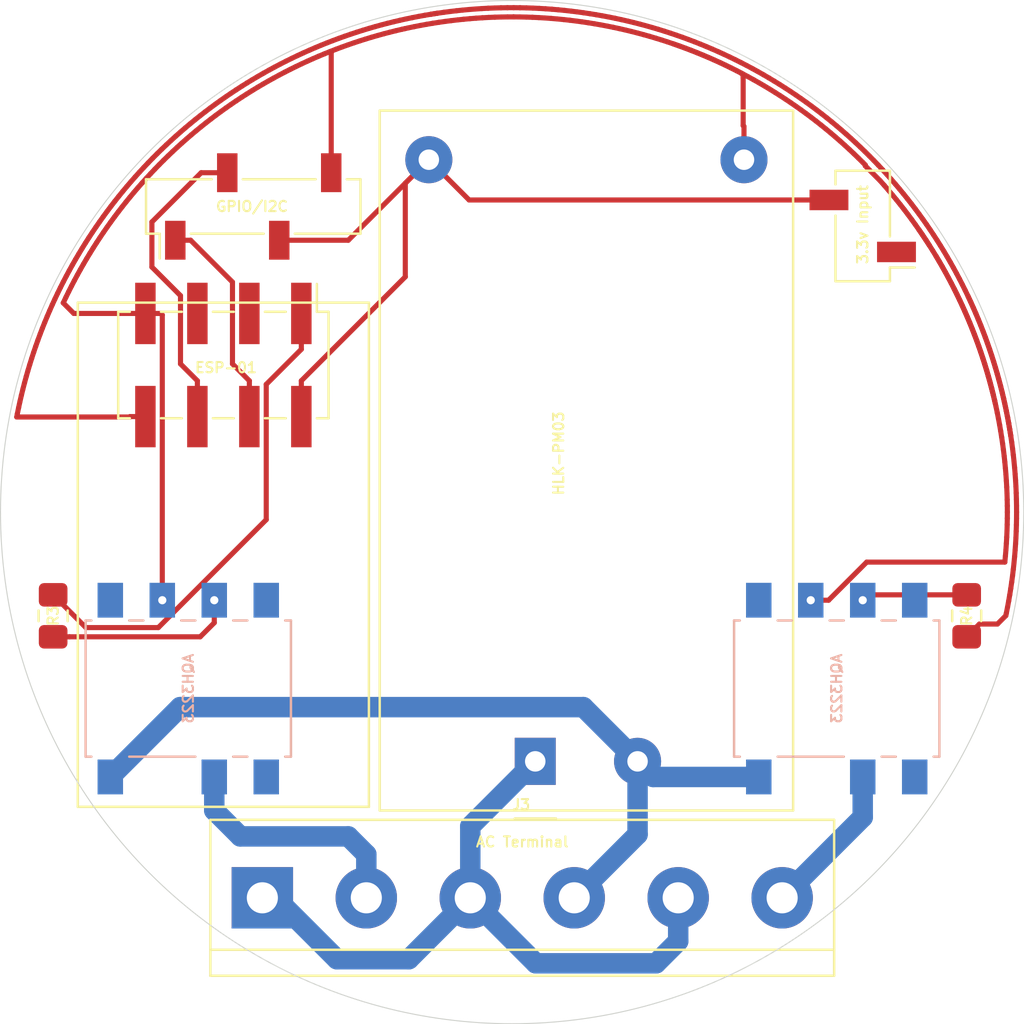
<source format=kicad_pcb>
(kicad_pcb (version 20171130) (host pcbnew "(5.1.4-0)")

  (general
    (thickness 1.6)
    (drawings 1)
    (tracks 642)
    (zones 0)
    (modules 9)
    (nets 13)
  )

  (page A4)
  (layers
    (0 F.Cu signal)
    (31 B.Cu signal)
    (32 B.Adhes user)
    (33 F.Adhes user)
    (34 B.Paste user)
    (35 F.Paste user)
    (36 B.SilkS user)
    (37 F.SilkS user)
    (38 B.Mask user)
    (39 F.Mask user)
    (40 Dwgs.User user)
    (41 Cmts.User user)
    (42 Eco1.User user)
    (43 Eco2.User user)
    (44 Edge.Cuts user)
    (45 Margin user)
    (46 B.CrtYd user)
    (47 F.CrtYd user)
    (48 B.Fab user)
    (49 F.Fab user)
  )

  (setup
    (last_trace_width 0.25)
    (trace_clearance 0.2)
    (zone_clearance 0.508)
    (zone_45_only no)
    (trace_min 0.2)
    (via_size 0.8)
    (via_drill 0.4)
    (via_min_size 0.4)
    (via_min_drill 0.3)
    (uvia_size 0.3)
    (uvia_drill 0.1)
    (uvias_allowed no)
    (uvia_min_size 0.2)
    (uvia_min_drill 0.1)
    (edge_width 0.05)
    (segment_width 0.2)
    (pcb_text_width 0.1)
    (pcb_text_size 0.5 0.5)
    (mod_edge_width 0.12)
    (mod_text_size 0.5 0.5)
    (mod_text_width 0.1)
    (pad_size 1.524 1.524)
    (pad_drill 0.762)
    (pad_to_mask_clearance 0.051)
    (solder_mask_min_width 0.25)
    (aux_axis_origin 0 0)
    (visible_elements FFFFFF7F)
    (pcbplotparams
      (layerselection 0x010fc_ffffffff)
      (usegerberextensions false)
      (usegerberattributes false)
      (usegerberadvancedattributes false)
      (creategerberjobfile false)
      (excludeedgelayer true)
      (linewidth 0.100000)
      (plotframeref false)
      (viasonmask false)
      (mode 1)
      (useauxorigin false)
      (hpglpennumber 1)
      (hpglpenspeed 20)
      (hpglpendiameter 15.000000)
      (psnegative false)
      (psa4output false)
      (plotreference true)
      (plotvalue true)
      (plotinvisibletext false)
      (padsonsilk false)
      (subtractmaskfromsilk false)
      (outputformat 1)
      (mirror false)
      (drillshape 0)
      (scaleselection 1)
      (outputdirectory "gerber/"))
  )

  (net 0 "")
  (net 1 GND)
  (net 2 +3.3V)
  (net 3 I2C-SDA)
  (net 4 I2C-SCL)
  (net 5 Relay1)
  (net 6 AC)
  (net 7 Relay2)
  (net 8 NEUT)
  (net 9 /TX-Resistor-Relay)
  (net 10 /TX-Resistor)
  (net 11 /RX-Resistor)
  (net 12 /RX-Resistor-Relay)

  (net_class Default "This is the default net class."
    (clearance 0.2)
    (trace_width 0.25)
    (via_dia 0.8)
    (via_drill 0.4)
    (uvia_dia 0.3)
    (uvia_drill 0.1)
    (add_net +3.3V)
    (add_net /RX-Resistor)
    (add_net /RX-Resistor-Relay)
    (add_net /TX-Resistor)
    (add_net /TX-Resistor-Relay)
    (add_net GND)
    (add_net I2C-SCL)
    (add_net I2C-SDA)
  )

  (net_class 230v ""
    (clearance 1)
    (trace_width 1)
    (via_dia 0.8)
    (via_drill 0.4)
    (uvia_dia 0.3)
    (uvia_drill 0.1)
    (add_net AC)
    (add_net NEUT)
    (add_net Relay1)
    (add_net Relay2)
  )

  (module Connector_PinSocket_2.54mm:PinSocket_1x04_P2.54mm_Vertical_SMD_Pin1Left (layer F.Cu) (tedit 5A19A423) (tstamp 5F40BB29)
    (at 91.44 107.188 90)
    (descr "surface-mounted straight socket strip, 1x04, 2.54mm pitch, single row, style 1 (pin 1 left) (https://cdn.harwin.com/pdfs/M20-786.pdf), script generated")
    (tags "Surface mounted socket strip SMD 1x04 2.54mm single row style1 pin1 left")
    (path /5EB5C6EC)
    (attr smd)
    (fp_text reference J2 (at 0 0 180) (layer F.Fab)
      (effects (font (size 0.5 0.5) (thickness 0.1)))
    )
    (fp_text value GPIO/I2C (at 0 -0.0635 180) (layer F.SilkS)
      (effects (font (size 0.5 0.5) (thickness 0.1)))
    )
    (fp_text user %R (at 0 0) (layer F.Fab)
      (effects (font (size 0.5 0.5) (thickness 0.1)))
    )
    (fp_line (start -3.1 5.7) (end -3.1 -5.7) (layer F.CrtYd) (width 0.05))
    (fp_line (start 3.1 5.7) (end -3.1 5.7) (layer F.CrtYd) (width 0.05))
    (fp_line (start 3.1 -5.7) (end 3.1 5.7) (layer F.CrtYd) (width 0.05))
    (fp_line (start -3.1 -5.7) (end 3.1 -5.7) (layer F.CrtYd) (width 0.05))
    (fp_line (start 2.27 4.11) (end 1.27 4.11) (layer F.Fab) (width 0.15))
    (fp_line (start 2.27 3.51) (end 2.27 4.11) (layer F.Fab) (width 0.15))
    (fp_line (start 1.27 3.51) (end 2.27 3.51) (layer F.Fab) (width 0.15))
    (fp_line (start -2.27 1.57) (end -2.27 0.97) (layer F.Fab) (width 0.15))
    (fp_line (start -1.27 1.57) (end -2.27 1.57) (layer F.Fab) (width 0.15))
    (fp_line (start -2.27 0.97) (end -1.27 0.97) (layer F.Fab) (width 0.15))
    (fp_line (start 2.27 -0.97) (end 1.27 -0.97) (layer F.Fab) (width 0.15))
    (fp_line (start 2.27 -1.57) (end 2.27 -0.97) (layer F.Fab) (width 0.15))
    (fp_line (start 1.27 -1.57) (end 2.27 -1.57) (layer F.Fab) (width 0.15))
    (fp_line (start -2.27 -3.51) (end -2.27 -4.11) (layer F.Fab) (width 0.15))
    (fp_line (start -1.27 -3.51) (end -2.27 -3.51) (layer F.Fab) (width 0.15))
    (fp_line (start -2.27 -4.11) (end -1.27 -4.11) (layer F.Fab) (width 0.15))
    (fp_line (start -1.27 -4.545) (end -0.635 -5.18) (layer F.Fab) (width 0.15))
    (fp_line (start -1.27 5.18) (end -1.27 -4.545) (layer F.Fab) (width 0.15))
    (fp_line (start 1.27 5.18) (end -1.27 5.18) (layer F.Fab) (width 0.15))
    (fp_line (start 1.27 -5.18) (end 1.27 5.18) (layer F.Fab) (width 0.15))
    (fp_line (start -0.635 -5.18) (end 1.27 -5.18) (layer F.Fab) (width 0.15))
    (fp_line (start -2.54 -4.57) (end -1.33 -4.57) (layer F.SilkS) (width 0.12))
    (fp_line (start -1.33 2.03) (end -1.33 5.24) (layer F.SilkS) (width 0.12))
    (fp_line (start -1.33 -3.05) (end -1.33 0.51) (layer F.SilkS) (width 0.12))
    (fp_line (start -1.33 -5.24) (end -1.33 -4.57) (layer F.SilkS) (width 0.12))
    (fp_line (start -1.33 5.24) (end 1.33 5.24) (layer F.SilkS) (width 0.12))
    (fp_line (start 1.33 4.57) (end 1.33 5.24) (layer F.SilkS) (width 0.12))
    (fp_line (start 1.33 -0.51) (end 1.33 3.05) (layer F.SilkS) (width 0.12))
    (fp_line (start 1.33 -5.24) (end 1.33 -2.03) (layer F.SilkS) (width 0.12))
    (fp_line (start -1.33 -5.24) (end 1.33 -5.24) (layer F.SilkS) (width 0.12))
    (pad 4 smd rect (at 1.65 3.81 90) (size 1.9 1) (layers F.Cu F.Paste F.Mask)
      (net 2 +3.3V))
    (pad 2 smd rect (at 1.65 -1.27 90) (size 1.9 1) (layers F.Cu F.Paste F.Mask)
      (net 3 I2C-SDA))
    (pad 3 smd rect (at -1.65 1.27 90) (size 1.9 1) (layers F.Cu F.Paste F.Mask)
      (net 1 GND))
    (pad 1 smd rect (at -1.65 -3.81 90) (size 1.9 1) (layers F.Cu F.Paste F.Mask)
      (net 4 I2C-SCL))
    (model ${KISYS3DMOD}/Connector_PinSocket_2.54mm.3dshapes/PinSocket_1x04_P2.54mm_Vertical_SMD_Pin1Left.wrl
      (at (xyz 0 0 0))
      (scale (xyz 1 1 1))
      (rotate (xyz 0 0 0))
    )
  )

  (module Connector_PinSocket_2.54mm:PinSocket_1x02_P2.54mm_Vertical_SMD_Pin1Left (layer F.Cu) (tedit 5A19A41D) (tstamp 5F40BB14)
    (at 121.2215 108.1405 180)
    (descr "surface-mounted straight socket strip, 1x02, 2.54mm pitch, single row, style 1 (pin 1 left) (https://cdn.harwin.com/pdfs/M20-786.pdf), script generated")
    (tags "Surface mounted socket strip SMD 1x02 2.54mm single row style1 pin1 left")
    (path /5EEFD846)
    (attr smd)
    (fp_text reference J1 (at 0 0 90) (layer F.Fab)
      (effects (font (size 0.5 0.5) (thickness 0.1)))
    )
    (fp_text value "3.3v Input" (at 0 0.0635 90) (layer F.SilkS)
      (effects (font (size 0.5 0.5) (thickness 0.1)))
    )
    (fp_text user %R (at 0 0 90) (layer F.Fab)
      (effects (font (size 0.5 0.5) (thickness 0.1)))
    )
    (fp_line (start -3.1 3.15) (end -3.1 -3.2) (layer F.CrtYd) (width 0.05))
    (fp_line (start 3.1 3.15) (end -3.1 3.15) (layer F.CrtYd) (width 0.05))
    (fp_line (start 3.1 -3.2) (end 3.1 3.15) (layer F.CrtYd) (width 0.05))
    (fp_line (start -3.1 -3.2) (end 3.1 -3.2) (layer F.CrtYd) (width 0.05))
    (fp_line (start 2.27 1.57) (end 1.27 1.57) (layer F.Fab) (width 0.15))
    (fp_line (start 2.27 0.97) (end 2.27 1.57) (layer F.Fab) (width 0.15))
    (fp_line (start 1.27 0.97) (end 2.27 0.97) (layer F.Fab) (width 0.15))
    (fp_line (start -2.27 -0.97) (end -2.27 -1.57) (layer F.Fab) (width 0.15))
    (fp_line (start -1.27 -0.97) (end -2.27 -0.97) (layer F.Fab) (width 0.15))
    (fp_line (start -2.27 -1.57) (end -1.27 -1.57) (layer F.Fab) (width 0.15))
    (fp_line (start -1.27 -2.005) (end -0.635 -2.64) (layer F.Fab) (width 0.15))
    (fp_line (start -1.27 2.64) (end -1.27 -2.005) (layer F.Fab) (width 0.15))
    (fp_line (start 1.27 2.64) (end -1.27 2.64) (layer F.Fab) (width 0.15))
    (fp_line (start 1.27 -2.64) (end 1.27 2.64) (layer F.Fab) (width 0.15))
    (fp_line (start -0.635 -2.64) (end 1.27 -2.64) (layer F.Fab) (width 0.15))
    (fp_line (start -2.54 -2.03) (end -1.33 -2.03) (layer F.SilkS) (width 0.12))
    (fp_line (start -1.33 -0.51) (end -1.33 2.7) (layer F.SilkS) (width 0.12))
    (fp_line (start -1.33 -2.7) (end -1.33 -2.03) (layer F.SilkS) (width 0.12))
    (fp_line (start -1.33 2.7) (end 1.33 2.7) (layer F.SilkS) (width 0.12))
    (fp_line (start 1.33 2.03) (end 1.33 2.7) (layer F.SilkS) (width 0.12))
    (fp_line (start 1.33 -2.7) (end 1.33 0.51) (layer F.SilkS) (width 0.12))
    (fp_line (start -1.33 -2.7) (end 1.33 -2.7) (layer F.SilkS) (width 0.12))
    (pad 2 smd rect (at 1.65 1.27 180) (size 1.9 1) (layers F.Cu F.Paste F.Mask)
      (net 1 GND))
    (pad 1 smd rect (at -1.65 -1.27 180) (size 1.9 1) (layers F.Cu F.Paste F.Mask)
      (net 2 +3.3V))
    (model ${KISYS3DMOD}/Connector_PinSocket_2.54mm.3dshapes/PinSocket_1x02_P2.54mm_Vertical_SMD_Pin1Left.wrl
      (at (xyz 0 0 0))
      (scale (xyz 1 1 1))
      (rotate (xyz 0 0 0))
    )
  )

  (module TerminalBlock:TerminalBlock_bornier-6_P5.08mm (layer F.Cu) (tedit 59FF03F5) (tstamp 5F409EBC)
    (at 91.8845 140.97)
    (descr "simple 6pin terminal block, pitch 5.08mm, revamped version of bornier6")
    (tags "terminal block bornier6")
    (path /5EC1BA9C)
    (fp_text reference J3 (at 12.65 -4.55) (layer F.SilkS)
      (effects (font (size 0.5 0.5) (thickness 0.1)))
    )
    (fp_text value "AC Terminal" (at 12.7 -2.7305) (layer F.SilkS)
      (effects (font (size 0.5 0.5) (thickness 0.1)))
    )
    (fp_line (start 28.15 4) (end -2.75 4) (layer F.CrtYd) (width 0.05))
    (fp_line (start 28.15 4) (end 28.15 -4) (layer F.CrtYd) (width 0.05))
    (fp_line (start -2.75 -4) (end -2.75 4) (layer F.CrtYd) (width 0.05))
    (fp_line (start -2.75 -4) (end 28.15 -4) (layer F.CrtYd) (width 0.05))
    (fp_line (start -2.54 3.81) (end 27.94 3.81) (layer F.SilkS) (width 0.12))
    (fp_line (start -2.54 -3.81) (end 27.94 -3.81) (layer F.SilkS) (width 0.12))
    (fp_line (start -2.54 2.54) (end 27.94 2.54) (layer F.SilkS) (width 0.12))
    (fp_line (start 27.94 3.81) (end 27.94 -3.81) (layer F.SilkS) (width 0.12))
    (fp_line (start -2.54 -3.81) (end -2.54 3.81) (layer F.SilkS) (width 0.12))
    (fp_line (start 27.9 -3.75) (end -2.5 -3.75) (layer F.Fab) (width 0.15))
    (fp_line (start 27.9 3.75) (end 27.9 -3.75) (layer F.Fab) (width 0.15))
    (fp_line (start -2.5 3.75) (end 27.9 3.75) (layer F.Fab) (width 0.15))
    (fp_line (start -2.5 -3.75) (end -2.5 3.75) (layer F.Fab) (width 0.15))
    (fp_line (start -2.5 2.55) (end 27.9 2.55) (layer F.Fab) (width 0.15))
    (fp_text user %R (at 12.7 0) (layer F.Fab)
      (effects (font (size 0.5 0.5) (thickness 0.1)))
    )
    (pad 6 thru_hole circle (at 25.4 0) (size 3 3) (drill 1.52) (layers *.Cu *.Mask)
      (net 7 Relay2))
    (pad 5 thru_hole circle (at 20.32 0) (size 3 3) (drill 1.52) (layers *.Cu *.Mask)
      (net 6 AC))
    (pad 4 thru_hole circle (at 15.24 0) (size 3 3) (drill 1.52) (layers *.Cu *.Mask)
      (net 8 NEUT))
    (pad 1 thru_hole rect (at 0 0) (size 3 3) (drill 1.52) (layers *.Cu *.Mask)
      (net 6 AC))
    (pad 3 thru_hole circle (at 10.16 0) (size 3 3) (drill 1.52) (layers *.Cu *.Mask)
      (net 6 AC))
    (pad 2 thru_hole circle (at 5.08 0) (size 3 3) (drill 1.52) (layers *.Cu *.Mask)
      (net 5 Relay1))
    (model ${KISYS3DMOD}/TerminalBlock.3dshapes/TerminalBlock_bornier-6_P5.08mm.wrl
      (offset (xyz 12.69999980926514 0 0))
      (scale (xyz 1 1 1))
      (rotate (xyz 0 0 0))
    )
  )

  (module Converter_ACDC:Converter_ACDC_HiLink_HLK-PMxx (layer F.Cu) (tedit 5E2230A2) (tstamp 5F409ED5)
    (at 105.2195 134.3025 90)
    (descr "ACDC-Converter, 3W, HiLink, HLK-PMxx, THT, http://www.hlktech.net/product_detail.php?ProId=54")
    (tags "ACDC-Converter 3W THT HiLink board mount module")
    (path /5F40388C)
    (fp_text reference PS1 (at -3.94 -0.55) (layer F.Fab)
      (effects (font (size 0.5 0.5) (thickness 0.1)))
    )
    (fp_text value HLK-PM03 (at 15.0495 1.143 90) (layer F.SilkS)
      (effects (font (size 0.5 0.5) (thickness 0.1)))
    )
    (fp_line (start -2.79 -1) (end -2.79 1.01) (layer F.SilkS) (width 0.12))
    (fp_line (start 31.8 -7.6) (end -2.4 -7.6) (layer F.SilkS) (width 0.12))
    (fp_line (start 31.8 12.6) (end 31.8 -7.6) (layer F.SilkS) (width 0.12))
    (fp_line (start -2.4 12.6) (end 31.8 12.6) (layer F.SilkS) (width 0.12))
    (fp_line (start -2.4 -7.6) (end -2.4 12.6) (layer F.SilkS) (width 0.12))
    (fp_line (start -2.55 -7.75) (end -2.55 12.75) (layer F.CrtYd) (width 0.05))
    (fp_line (start 31.95 -7.75) (end -2.55 -7.75) (layer F.CrtYd) (width 0.05))
    (fp_line (start 31.95 12.75) (end 31.95 -7.75) (layer F.CrtYd) (width 0.05))
    (fp_line (start -2.55 12.75) (end 31.95 12.75) (layer F.CrtYd) (width 0.05))
    (fp_line (start -2.3 -1) (end -2.3 -7.5) (layer F.Fab) (width 0.15))
    (fp_line (start -2.29 -1) (end -1.29 0) (layer F.Fab) (width 0.15))
    (fp_line (start -1.29 0) (end -2.29 1) (layer F.Fab) (width 0.15))
    (fp_text user %R (at 14.68 1.17 90) (layer F.Fab)
      (effects (font (size 0.5 0.5) (thickness 0.1)))
    )
    (fp_line (start -2.3 -7.5) (end 31.7 -7.5) (layer F.Fab) (width 0.15))
    (fp_line (start -2.3 12.5) (end -2.3 0.99) (layer F.Fab) (width 0.15))
    (fp_line (start 31.7 12.5) (end 31.7 -7.5) (layer F.Fab) (width 0.15))
    (fp_line (start -2.3 12.5) (end 31.7 12.5) (layer F.Fab) (width 0.15))
    (pad 4 thru_hole circle (at 29.4 10.2 90) (size 2.3 2.3) (drill 1) (layers *.Cu *.Mask)
      (net 2 +3.3V))
    (pad 2 thru_hole circle (at 0 5 90) (size 2.3 2.3) (drill 1) (layers *.Cu *.Mask)
      (net 8 NEUT))
    (pad 1 thru_hole rect (at 0 0 90) (size 2.3 2) (drill 1) (layers *.Cu *.Mask)
      (net 6 AC))
    (pad 3 thru_hole circle (at 29.4 -5.2 90) (size 2.3 2.3) (drill 1) (layers *.Cu *.Mask)
      (net 1 GND))
    (model ${KISYS3DMOD}/Converter_ACDC.3dshapes/Converter_ACDC_HiLink_HLK-PMxx.wrl
      (offset (xyz 14.7 -2.5 0))
      (scale (xyz 1 1 1))
      (rotate (xyz 0 0 0))
    )
  )

  (module Resistor_SMD:R_0805_2012Metric_Pad1.15x1.40mm_HandSolder (layer F.Cu) (tedit 5B36C52B) (tstamp 5F409F08)
    (at 81.661 127.1905 270)
    (descr "Resistor SMD 0805 (2012 Metric), square (rectangular) end terminal, IPC_7351 nominal with elongated pad for handsoldering. (Body size source: https://docs.google.com/spreadsheets/d/1BsfQQcO9C6DZCsRaXUlFlo91Tg2WpOkGARC1WS5S8t0/edit?usp=sharing), generated with kicad-footprint-generator")
    (tags "resistor handsolder")
    (path /5EB387B6)
    (attr smd)
    (fp_text reference R3 (at 0 0 270) (layer F.SilkS)
      (effects (font (size 0.5 0.5) (thickness 0.1)))
    )
    (fp_text value 22Ω (at 0 1.65 270) (layer F.Fab)
      (effects (font (size 0.5 0.5) (thickness 0.1)))
    )
    (fp_text user %R (at 0 0 270) (layer F.Fab)
      (effects (font (size 0.5 0.5) (thickness 0.1)))
    )
    (fp_line (start 1.85 0.95) (end -1.85 0.95) (layer F.CrtYd) (width 0.05))
    (fp_line (start 1.85 -0.95) (end 1.85 0.95) (layer F.CrtYd) (width 0.05))
    (fp_line (start -1.85 -0.95) (end 1.85 -0.95) (layer F.CrtYd) (width 0.05))
    (fp_line (start -1.85 0.95) (end -1.85 -0.95) (layer F.CrtYd) (width 0.05))
    (fp_line (start -0.261252 0.71) (end 0.261252 0.71) (layer F.SilkS) (width 0.12))
    (fp_line (start -0.261252 -0.71) (end 0.261252 -0.71) (layer F.SilkS) (width 0.12))
    (fp_line (start 1 0.6) (end -1 0.6) (layer F.Fab) (width 0.15))
    (fp_line (start 1 -0.6) (end 1 0.6) (layer F.Fab) (width 0.15))
    (fp_line (start -1 -0.6) (end 1 -0.6) (layer F.Fab) (width 0.15))
    (fp_line (start -1 0.6) (end -1 -0.6) (layer F.Fab) (width 0.15))
    (pad 2 smd roundrect (at 1.025 0 270) (size 1.15 1.4) (layers F.Cu F.Paste F.Mask) (roundrect_rratio 0.217391)
      (net 9 /TX-Resistor-Relay))
    (pad 1 smd roundrect (at -1.025 0 270) (size 1.15 1.4) (layers F.Cu F.Paste F.Mask) (roundrect_rratio 0.217391)
      (net 10 /TX-Resistor))
    (model ${KISYS3DMOD}/Resistor_SMD.3dshapes/R_0805_2012Metric.wrl
      (at (xyz 0 0 0))
      (scale (xyz 1 1 1))
      (rotate (xyz 0 0 0))
    )
  )

  (module Resistor_SMD:R_0805_2012Metric_Pad1.15x1.40mm_HandSolder (layer F.Cu) (tedit 5B36C52B) (tstamp 5F409F19)
    (at 126.3015 127.1905 270)
    (descr "Resistor SMD 0805 (2012 Metric), square (rectangular) end terminal, IPC_7351 nominal with elongated pad for handsoldering. (Body size source: https://docs.google.com/spreadsheets/d/1BsfQQcO9C6DZCsRaXUlFlo91Tg2WpOkGARC1WS5S8t0/edit?usp=sharing), generated with kicad-footprint-generator")
    (tags "resistor handsolder")
    (path /5EB1ECA8)
    (attr smd)
    (fp_text reference R4 (at 0 0 90) (layer F.SilkS)
      (effects (font (size 0.5 0.5) (thickness 0.1)))
    )
    (fp_text value 22Ω (at 0 1.65 90) (layer F.Fab)
      (effects (font (size 0.5 0.5) (thickness 0.1)))
    )
    (fp_text user %R (at 0 0 90) (layer F.Fab)
      (effects (font (size 0.5 0.5) (thickness 0.1)))
    )
    (fp_line (start 1.85 0.95) (end -1.85 0.95) (layer F.CrtYd) (width 0.05))
    (fp_line (start 1.85 -0.95) (end 1.85 0.95) (layer F.CrtYd) (width 0.05))
    (fp_line (start -1.85 -0.95) (end 1.85 -0.95) (layer F.CrtYd) (width 0.05))
    (fp_line (start -1.85 0.95) (end -1.85 -0.95) (layer F.CrtYd) (width 0.05))
    (fp_line (start -0.261252 0.71) (end 0.261252 0.71) (layer F.SilkS) (width 0.12))
    (fp_line (start -0.261252 -0.71) (end 0.261252 -0.71) (layer F.SilkS) (width 0.12))
    (fp_line (start 1 0.6) (end -1 0.6) (layer F.Fab) (width 0.15))
    (fp_line (start 1 -0.6) (end 1 0.6) (layer F.Fab) (width 0.15))
    (fp_line (start -1 -0.6) (end 1 -0.6) (layer F.Fab) (width 0.15))
    (fp_line (start -1 0.6) (end -1 -0.6) (layer F.Fab) (width 0.15))
    (pad 2 smd roundrect (at 1.025 0 270) (size 1.15 1.4) (layers F.Cu F.Paste F.Mask) (roundrect_rratio 0.217391)
      (net 11 /RX-Resistor))
    (pad 1 smd roundrect (at -1.025 0 270) (size 1.15 1.4) (layers F.Cu F.Paste F.Mask) (roundrect_rratio 0.217391)
      (net 12 /RX-Resistor-Relay))
    (model ${KISYS3DMOD}/Resistor_SMD.3dshapes/R_0805_2012Metric.wrl
      (at (xyz 0 0 0))
      (scale (xyz 1 1 1))
      (rotate (xyz 0 0 0))
    )
  )

  (module ESP8266:ESP-01-SMD (layer F.Cu) (tedit 5F417E85) (tstamp 5F4232B1)
    (at 93.7895 113.665 270)
    (descr "Module, ESP-8266, ESP-01, 8 pin")
    (tags "Module ESP-8266 ESP8266")
    (path /5D777E88)
    (fp_text reference U1 (at 1.397 3.7465 180) (layer F.Fab)
      (effects (font (size 0.5 0.5) (thickness 0.1)))
    )
    (fp_text value ESP-01 (at 1.397 3.683 180) (layer F.SilkS)
      (effects (font (size 0.5 0.5) (thickness 0.1)))
    )
    (fp_line (start -1.33 0.76) (end -1.33 1.78) (layer F.SilkS) (width 0.12))
    (fp_line (start 3.87 -1.33) (end -1.33 -1.33) (layer F.SilkS) (width 0.12))
    (fp_line (start -1.33 -1.33) (end -1.33 -0.76) (layer F.SilkS) (width 0.12))
    (fp_line (start -1.33 3.3) (end -1.33 4.32) (layer F.SilkS) (width 0.12))
    (fp_line (start -1.33 5.84) (end -1.33 6.86) (layer F.SilkS) (width 0.12))
    (fp_line (start 3.87 8.95) (end -1.33 8.95) (layer F.SilkS) (width 0.12))
    (fp_line (start 3.87 -1.33) (end 3.87 -0.76) (layer F.SilkS) (width 0.12))
    (fp_line (start 3.87 0.76) (end 3.87 1.78) (layer F.SilkS) (width 0.12))
    (fp_line (start 3.87 3.3) (end 3.87 4.32) (layer F.SilkS) (width 0.12))
    (fp_line (start 3.87 5.84) (end 3.87 6.86) (layer F.SilkS) (width 0.12))
    (fp_line (start 3.87 8.38) (end 3.87 8.95) (layer F.SilkS) (width 0.12))
    (fp_line (start -1.33 -0.76) (end -2.69 -0.76) (layer F.SilkS) (width 0.12))
    (fp_line (start 3.81 -1.27) (end -0.27 -1.27) (layer F.Fab) (width 0.15))
    (fp_line (start -0.27 -1.27) (end -1.27 -0.27) (layer F.Fab) (width 0.15))
    (fp_line (start -1.27 -0.27) (end -1.27 8.89) (layer F.Fab) (width 0.15))
    (fp_line (start -1.27 8.89) (end 3.81 8.89) (layer F.Fab) (width 0.15))
    (fp_line (start 3.81 8.89) (end 3.81 -1.27) (layer F.Fab) (width 0.15))
    (fp_line (start 5.19 -0.32) (end 3.81 -0.32) (layer F.Fab) (width 0.15))
    (fp_line (start 3.81 0.32) (end 5.19 0.32) (layer F.Fab) (width 0.15))
    (fp_line (start 5.19 0.32) (end 5.19 -0.32) (layer F.Fab) (width 0.15))
    (fp_line (start -1.27 -0.32) (end -2.65 -0.32) (layer F.Fab) (width 0.15))
    (fp_line (start -2.65 -0.32) (end -2.65 0.32) (layer F.Fab) (width 0.15))
    (fp_line (start -2.65 0.32) (end -1.27 0.32) (layer F.Fab) (width 0.15))
    (fp_line (start 5.19 2.22) (end 3.81 2.22) (layer F.Fab) (width 0.15))
    (fp_line (start 3.81 2.86) (end 5.19 2.86) (layer F.Fab) (width 0.15))
    (fp_line (start 5.19 2.86) (end 5.19 2.22) (layer F.Fab) (width 0.15))
    (fp_line (start -1.27 2.22) (end -2.65 2.22) (layer F.Fab) (width 0.15))
    (fp_line (start -2.65 2.22) (end -2.65 2.86) (layer F.Fab) (width 0.15))
    (fp_line (start -2.65 2.86) (end -1.27 2.86) (layer F.Fab) (width 0.15))
    (fp_line (start 5.19 4.76) (end 3.81 4.76) (layer F.Fab) (width 0.15))
    (fp_line (start 3.81 5.4) (end 5.19 5.4) (layer F.Fab) (width 0.15))
    (fp_line (start 5.19 5.4) (end 5.19 4.76) (layer F.Fab) (width 0.15))
    (fp_line (start -1.27 4.76) (end -2.65 4.76) (layer F.Fab) (width 0.15))
    (fp_line (start -2.65 4.76) (end -2.65 5.4) (layer F.Fab) (width 0.15))
    (fp_line (start -2.65 5.4) (end -1.27 5.4) (layer F.Fab) (width 0.15))
    (fp_line (start 5.19 7.3) (end 3.81 7.3) (layer F.Fab) (width 0.15))
    (fp_line (start 3.81 7.94) (end 5.19 7.94) (layer F.Fab) (width 0.15))
    (fp_line (start 5.19 7.94) (end 5.19 7.3) (layer F.Fab) (width 0.15))
    (fp_line (start -1.27 7.3) (end -2.65 7.3) (layer F.Fab) (width 0.15))
    (fp_line (start -2.65 7.3) (end -2.65 7.94) (layer F.Fab) (width 0.15))
    (fp_line (start -2.65 7.94) (end -1.27 7.94) (layer F.Fab) (width 0.15))
    (fp_line (start 5.82 -1.79) (end -3.23 -1.79) (layer F.CrtYd) (width 0.05))
    (fp_line (start -3.23 -1.79) (end -3.23 9.41) (layer F.CrtYd) (width 0.05))
    (fp_line (start -3.23 9.41) (end 5.82 9.41) (layer F.CrtYd) (width 0.05))
    (fp_line (start 5.82 9.41) (end 5.82 -1.79) (layer F.CrtYd) (width 0.05))
    (fp_line (start -1.33 8.38) (end -1.33 8.95) (layer F.SilkS) (width 0.12))
    (fp_line (start -1.75 9.4) (end 4.3 9.4) (layer F.CrtYd) (width 0.05))
    (fp_line (start -1.75 -1.75) (end -1.75 9.4) (layer F.CrtYd) (width 0.05))
    (fp_line (start -1.778 10.922) (end -1.778 -3.302) (layer F.Fab) (width 0.15))
    (fp_line (start 22.86 10.922) (end -1.778 10.922) (layer F.Fab) (width 0.15))
    (fp_line (start 22.86 -3.302) (end 22.86 10.922) (layer F.Fab) (width 0.15))
    (fp_line (start -1.778 -3.302) (end 22.86 -3.302) (layer F.Fab) (width 0.15))
    (fp_line (start -1.778 10.922) (end -1.778 -3.302) (layer F.SilkS) (width 0.12))
    (fp_line (start 22.86 10.922) (end -1.778 10.922) (layer F.SilkS) (width 0.12))
    (fp_line (start 22.86 -3.302) (end 22.86 10.922) (layer F.SilkS) (width 0.12))
    (fp_line (start -1.778 -3.302) (end 22.86 -3.302) (layer F.SilkS) (width 0.12))
    (pad 2 smd rect (at 3.79 0 270) (size 3 1) (layers F.Cu F.Paste F.Mask)
      (net 1 GND))
    (pad 3 smd rect (at -1.25 2.54 270) (size 3 1) (layers F.Cu F.Paste F.Mask))
    (pad 1 smd rect (at -1.25 0 270) (size 3 1) (layers F.Cu F.Paste F.Mask)
      (net 10 /TX-Resistor))
    (pad 4 smd rect (at 3.79 2.54 270) (size 3 1) (layers F.Cu F.Paste F.Mask)
      (net 4 I2C-SCL))
    (pad 5 smd rect (at -1.25 5.08 270) (size 3 1) (layers F.Cu F.Paste F.Mask))
    (pad 6 smd rect (at 3.79 5.08 270) (size 3 1) (layers F.Cu F.Paste F.Mask)
      (net 3 I2C-SDA))
    (pad 7 smd rect (at -1.25 7.62 270) (size 3 1) (layers F.Cu F.Paste F.Mask)
      (net 2 +3.3V))
    (pad 8 smd rect (at 3.79 7.62 270) (size 3 1) (layers F.Cu F.Paste F.Mask)
      (net 11 /RX-Resistor))
    (model /Users/jabbas/kicad/libraries/ESP8266/ESP8266.3dshapes/ESP8266_ESP01_cp.wrl
      (at (xyz 0 0 0))
      (scale (xyz 1 1 1))
      (rotate (xyz 0 0 0))
    )
  )

  (module AQH3223:AQH3223AX (layer B.Cu) (tedit 0) (tstamp 5F431A32)
    (at 88.265 130.7465 270)
    (path /5EB22205)
    (fp_text reference U2 (at 0 0 90) (layer B.Fab)
      (effects (font (size 0.5 0.5) (thickness 0.1)) (justify mirror))
    )
    (fp_text value AQH3223 (at 0 0 90) (layer B.SilkS)
      (effects (font (size 0.5 0.5) (thickness 0.1)) (justify mirror))
    )
    (fp_arc (start 0 4.8895) (end 0.3048 4.8895) (angle -180) (layer B.Fab) (width 0.15))
    (fp_line (start -3.4544 -4.6863) (end -5.4229 -4.6863) (layer B.CrtYd) (width 0.05))
    (fp_line (start -3.4544 -5.1435) (end -3.4544 -4.6863) (layer B.CrtYd) (width 0.05))
    (fp_line (start 3.4544 -5.1435) (end -3.4544 -5.1435) (layer B.CrtYd) (width 0.05))
    (fp_line (start 3.4544 -4.6863) (end 3.4544 -5.1435) (layer B.CrtYd) (width 0.05))
    (fp_line (start 5.4229 -4.6863) (end 3.4544 -4.6863) (layer B.CrtYd) (width 0.05))
    (fp_line (start 5.4229 4.6863) (end 5.4229 -4.6863) (layer B.CrtYd) (width 0.05))
    (fp_line (start 3.4544 4.6863) (end 5.4229 4.6863) (layer B.CrtYd) (width 0.05))
    (fp_line (start 3.4544 5.1435) (end 3.4544 4.6863) (layer B.CrtYd) (width 0.05))
    (fp_line (start -3.4544 5.1435) (end 3.4544 5.1435) (layer B.CrtYd) (width 0.05))
    (fp_line (start -3.4544 4.6863) (end -3.4544 5.1435) (layer B.CrtYd) (width 0.05))
    (fp_line (start -5.4229 4.6863) (end -3.4544 4.6863) (layer B.CrtYd) (width 0.05))
    (fp_line (start -5.4229 -4.6863) (end -5.4229 4.6863) (layer B.CrtYd) (width 0.05))
    (fp_line (start 3.3274 4.734293) (end 3.3274 5.0165) (layer B.SilkS) (width 0.12))
    (fp_line (start 3.3274 -0.345707) (end 3.3274 2.885707) (layer B.SilkS) (width 0.12))
    (fp_line (start 3.3274 -2.885707) (end 3.3274 -2.194293) (layer B.SilkS) (width 0.12))
    (fp_line (start -3.3274 -4.734293) (end -3.3274 -5.0165) (layer B.SilkS) (width 0.12))
    (fp_line (start -3.3274 -2.194293) (end -3.3274 -2.885707) (layer B.SilkS) (width 0.12))
    (fp_line (start -3.3274 0.345707) (end -3.3274 -0.345707) (layer B.SilkS) (width 0.12))
    (fp_line (start -3.3274 2.885707) (end -3.3274 2.194293) (layer B.SilkS) (width 0.12))
    (fp_line (start -3.2004 4.8895) (end -3.2004 -4.8895) (layer B.Fab) (width 0.15))
    (fp_line (start 3.2004 4.8895) (end -3.2004 4.8895) (layer B.Fab) (width 0.15))
    (fp_line (start 3.2004 -4.8895) (end 3.2004 4.8895) (layer B.Fab) (width 0.15))
    (fp_line (start -3.2004 -4.8895) (end 3.2004 -4.8895) (layer B.Fab) (width 0.15))
    (fp_line (start -3.3274 5.0165) (end -3.3274 4.734293) (layer B.SilkS) (width 0.12))
    (fp_line (start 3.3274 5.0165) (end -3.3274 5.0165) (layer B.SilkS) (width 0.12))
    (fp_line (start 3.3274 -5.0165) (end 3.3274 -4.734293) (layer B.SilkS) (width 0.12))
    (fp_line (start -3.3274 -5.0165) (end 3.3274 -5.0165) (layer B.SilkS) (width 0.12))
    (fp_line (start 4.8133 4.4069) (end 3.2004 4.4069) (layer B.Fab) (width 0.15))
    (fp_line (start 4.8133 3.2131) (end 4.8133 4.4069) (layer B.Fab) (width 0.15))
    (fp_line (start 3.2004 3.2131) (end 4.8133 3.2131) (layer B.Fab) (width 0.15))
    (fp_line (start 3.2004 4.4069) (end 3.2004 3.2131) (layer B.Fab) (width 0.15))
    (fp_line (start 4.8133 -0.6731) (end 3.2004 -0.6731) (layer B.Fab) (width 0.15))
    (fp_line (start 4.8133 -1.8669) (end 4.8133 -0.6731) (layer B.Fab) (width 0.15))
    (fp_line (start 3.2004 -1.8669) (end 4.8133 -1.8669) (layer B.Fab) (width 0.15))
    (fp_line (start 3.2004 -0.6731) (end 3.2004 -1.8669) (layer B.Fab) (width 0.15))
    (fp_line (start 4.8133 -3.2131) (end 3.2004 -3.2131) (layer B.Fab) (width 0.15))
    (fp_line (start 4.8133 -4.4069) (end 4.8133 -3.2131) (layer B.Fab) (width 0.15))
    (fp_line (start 3.2004 -4.4069) (end 4.8133 -4.4069) (layer B.Fab) (width 0.15))
    (fp_line (start 3.2004 -3.2131) (end 3.2004 -4.4069) (layer B.Fab) (width 0.15))
    (fp_line (start -4.8133 -4.4069) (end -3.2004 -4.4069) (layer B.Fab) (width 0.15))
    (fp_line (start -4.8133 -3.2131) (end -4.8133 -4.4069) (layer B.Fab) (width 0.15))
    (fp_line (start -3.2004 -3.2131) (end -4.8133 -3.2131) (layer B.Fab) (width 0.15))
    (fp_line (start -3.2004 -4.4069) (end -3.2004 -3.2131) (layer B.Fab) (width 0.15))
    (fp_line (start -4.8133 -1.8669) (end -3.2004 -1.8669) (layer B.Fab) (width 0.15))
    (fp_line (start -4.8133 -0.6731) (end -4.8133 -1.8669) (layer B.Fab) (width 0.15))
    (fp_line (start -3.2004 -0.6731) (end -4.8133 -0.6731) (layer B.Fab) (width 0.15))
    (fp_line (start -3.2004 -1.8669) (end -3.2004 -0.6731) (layer B.Fab) (width 0.15))
    (fp_line (start -4.8133 0.6731) (end -3.2004 0.6731) (layer B.Fab) (width 0.15))
    (fp_line (start -4.8133 1.8669) (end -4.8133 0.6731) (layer B.Fab) (width 0.15))
    (fp_line (start -3.2004 1.8669) (end -4.8133 1.8669) (layer B.Fab) (width 0.15))
    (fp_line (start -3.2004 0.6731) (end -3.2004 1.8669) (layer B.Fab) (width 0.15))
    (fp_line (start -4.8133 3.2131) (end -3.2004 3.2131) (layer B.Fab) (width 0.15))
    (fp_line (start -4.8133 4.4069) (end -4.8133 3.2131) (layer B.Fab) (width 0.15))
    (fp_line (start -3.2004 4.4069) (end -4.8133 4.4069) (layer B.Fab) (width 0.15))
    (fp_line (start -3.2004 3.2131) (end -3.2004 4.4069) (layer B.Fab) (width 0.15))
    (fp_text user * (at -2.8194 4.8133 90) (layer B.Fab)
      (effects (font (size 0.5 0.5) (thickness 0.1)) (justify mirror))
    )
    (fp_text user * (at -2.8194 4.8133 90) (layer B.Fab)
      (effects (font (size 0.5 0.5) (thickness 0.1)) (justify mirror))
    )
    (pad 8 smd rect (at 4.318 3.81 270) (size 1.7018 1.2446) (layers B.Cu B.Paste B.Mask)
      (net 8 NEUT))
    (pad 6 smd rect (at 4.318 -1.27 270) (size 1.7018 1.2446) (layers B.Cu B.Paste B.Mask)
      (net 5 Relay1))
    (pad 5 smd rect (at 4.318 -3.81 270) (size 1.7018 1.2446) (layers B.Cu B.Paste B.Mask))
    (pad 4 smd rect (at -4.318 -3.81 270) (size 1.7018 1.2446) (layers B.Cu B.Paste B.Mask))
    (pad 3 smd rect (at -4.318 -1.27 270) (size 1.7018 1.2446) (layers B.Cu B.Paste B.Mask)
      (net 9 /TX-Resistor-Relay))
    (pad 2 smd rect (at -4.318 1.27 270) (size 1.7018 1.2446) (layers B.Cu B.Paste B.Mask)
      (net 2 +3.3V))
    (pad 1 smd rect (at -4.318 3.81 270) (size 1.7018 1.2446) (layers B.Cu B.Paste B.Mask))
  )

  (module AQH3223:AQH3223AX (layer B.Cu) (tedit 0) (tstamp 5F4316B7)
    (at 119.9515 130.7465 270)
    (path /5EAFDDA7)
    (fp_text reference U3 (at 0 0 90) (layer B.Fab)
      (effects (font (size 0.5 0.5) (thickness 0.1)) (justify mirror))
    )
    (fp_text value AQH3223 (at 0 0 90) (layer B.SilkS)
      (effects (font (size 0.5 0.5) (thickness 0.1)) (justify mirror))
    )
    (fp_text user * (at -2.8194 4.8133 90) (layer B.Fab)
      (effects (font (size 0.5 0.5) (thickness 0.1)) (justify mirror))
    )
    (fp_text user * (at -2.8194 4.8133 90) (layer B.Fab)
      (effects (font (size 0.5 0.5) (thickness 0.1)) (justify mirror))
    )
    (fp_line (start -3.2004 3.2131) (end -3.2004 4.4069) (layer B.Fab) (width 0.15))
    (fp_line (start -3.2004 4.4069) (end -4.8133 4.4069) (layer B.Fab) (width 0.15))
    (fp_line (start -4.8133 4.4069) (end -4.8133 3.2131) (layer B.Fab) (width 0.15))
    (fp_line (start -4.8133 3.2131) (end -3.2004 3.2131) (layer B.Fab) (width 0.15))
    (fp_line (start -3.2004 0.6731) (end -3.2004 1.8669) (layer B.Fab) (width 0.15))
    (fp_line (start -3.2004 1.8669) (end -4.8133 1.8669) (layer B.Fab) (width 0.15))
    (fp_line (start -4.8133 1.8669) (end -4.8133 0.6731) (layer B.Fab) (width 0.15))
    (fp_line (start -4.8133 0.6731) (end -3.2004 0.6731) (layer B.Fab) (width 0.15))
    (fp_line (start -3.2004 -1.8669) (end -3.2004 -0.6731) (layer B.Fab) (width 0.15))
    (fp_line (start -3.2004 -0.6731) (end -4.8133 -0.6731) (layer B.Fab) (width 0.15))
    (fp_line (start -4.8133 -0.6731) (end -4.8133 -1.8669) (layer B.Fab) (width 0.15))
    (fp_line (start -4.8133 -1.8669) (end -3.2004 -1.8669) (layer B.Fab) (width 0.15))
    (fp_line (start -3.2004 -4.4069) (end -3.2004 -3.2131) (layer B.Fab) (width 0.15))
    (fp_line (start -3.2004 -3.2131) (end -4.8133 -3.2131) (layer B.Fab) (width 0.15))
    (fp_line (start -4.8133 -3.2131) (end -4.8133 -4.4069) (layer B.Fab) (width 0.15))
    (fp_line (start -4.8133 -4.4069) (end -3.2004 -4.4069) (layer B.Fab) (width 0.15))
    (fp_line (start 3.2004 -3.2131) (end 3.2004 -4.4069) (layer B.Fab) (width 0.15))
    (fp_line (start 3.2004 -4.4069) (end 4.8133 -4.4069) (layer B.Fab) (width 0.15))
    (fp_line (start 4.8133 -4.4069) (end 4.8133 -3.2131) (layer B.Fab) (width 0.15))
    (fp_line (start 4.8133 -3.2131) (end 3.2004 -3.2131) (layer B.Fab) (width 0.15))
    (fp_line (start 3.2004 -0.6731) (end 3.2004 -1.8669) (layer B.Fab) (width 0.15))
    (fp_line (start 3.2004 -1.8669) (end 4.8133 -1.8669) (layer B.Fab) (width 0.15))
    (fp_line (start 4.8133 -1.8669) (end 4.8133 -0.6731) (layer B.Fab) (width 0.15))
    (fp_line (start 4.8133 -0.6731) (end 3.2004 -0.6731) (layer B.Fab) (width 0.15))
    (fp_line (start 3.2004 4.4069) (end 3.2004 3.2131) (layer B.Fab) (width 0.15))
    (fp_line (start 3.2004 3.2131) (end 4.8133 3.2131) (layer B.Fab) (width 0.15))
    (fp_line (start 4.8133 3.2131) (end 4.8133 4.4069) (layer B.Fab) (width 0.15))
    (fp_line (start 4.8133 4.4069) (end 3.2004 4.4069) (layer B.Fab) (width 0.15))
    (fp_line (start -3.3274 -5.0165) (end 3.3274 -5.0165) (layer B.SilkS) (width 0.12))
    (fp_line (start 3.3274 -5.0165) (end 3.3274 -4.734293) (layer B.SilkS) (width 0.12))
    (fp_line (start 3.3274 5.0165) (end -3.3274 5.0165) (layer B.SilkS) (width 0.12))
    (fp_line (start -3.3274 5.0165) (end -3.3274 4.734293) (layer B.SilkS) (width 0.12))
    (fp_line (start -3.2004 -4.8895) (end 3.2004 -4.8895) (layer B.Fab) (width 0.15))
    (fp_line (start 3.2004 -4.8895) (end 3.2004 4.8895) (layer B.Fab) (width 0.15))
    (fp_line (start 3.2004 4.8895) (end -3.2004 4.8895) (layer B.Fab) (width 0.15))
    (fp_line (start -3.2004 4.8895) (end -3.2004 -4.8895) (layer B.Fab) (width 0.15))
    (fp_line (start -3.3274 2.885707) (end -3.3274 2.194293) (layer B.SilkS) (width 0.12))
    (fp_line (start -3.3274 0.345707) (end -3.3274 -0.345707) (layer B.SilkS) (width 0.12))
    (fp_line (start -3.3274 -2.194293) (end -3.3274 -2.885707) (layer B.SilkS) (width 0.12))
    (fp_line (start -3.3274 -4.734293) (end -3.3274 -5.0165) (layer B.SilkS) (width 0.12))
    (fp_line (start 3.3274 -2.885707) (end 3.3274 -2.194293) (layer B.SilkS) (width 0.12))
    (fp_line (start 3.3274 -0.345707) (end 3.3274 2.885707) (layer B.SilkS) (width 0.12))
    (fp_line (start 3.3274 4.734293) (end 3.3274 5.0165) (layer B.SilkS) (width 0.12))
    (fp_line (start -5.4229 -4.6863) (end -5.4229 4.6863) (layer B.CrtYd) (width 0.05))
    (fp_line (start -5.4229 4.6863) (end -3.4544 4.6863) (layer B.CrtYd) (width 0.05))
    (fp_line (start -3.4544 4.6863) (end -3.4544 5.1435) (layer B.CrtYd) (width 0.05))
    (fp_line (start -3.4544 5.1435) (end 3.4544 5.1435) (layer B.CrtYd) (width 0.05))
    (fp_line (start 3.4544 5.1435) (end 3.4544 4.6863) (layer B.CrtYd) (width 0.05))
    (fp_line (start 3.4544 4.6863) (end 5.4229 4.6863) (layer B.CrtYd) (width 0.05))
    (fp_line (start 5.4229 4.6863) (end 5.4229 -4.6863) (layer B.CrtYd) (width 0.05))
    (fp_line (start 5.4229 -4.6863) (end 3.4544 -4.6863) (layer B.CrtYd) (width 0.05))
    (fp_line (start 3.4544 -4.6863) (end 3.4544 -5.1435) (layer B.CrtYd) (width 0.05))
    (fp_line (start 3.4544 -5.1435) (end -3.4544 -5.1435) (layer B.CrtYd) (width 0.05))
    (fp_line (start -3.4544 -5.1435) (end -3.4544 -4.6863) (layer B.CrtYd) (width 0.05))
    (fp_line (start -3.4544 -4.6863) (end -5.4229 -4.6863) (layer B.CrtYd) (width 0.05))
    (fp_arc (start 0 4.8895) (end 0.3048 4.8895) (angle -180) (layer B.Fab) (width 0.15))
    (pad 1 smd rect (at -4.318 3.81 270) (size 1.7018 1.2446) (layers B.Cu B.Paste B.Mask))
    (pad 2 smd rect (at -4.318 1.27 270) (size 1.7018 1.2446) (layers B.Cu B.Paste B.Mask)
      (net 2 +3.3V))
    (pad 3 smd rect (at -4.318 -1.27 270) (size 1.7018 1.2446) (layers B.Cu B.Paste B.Mask)
      (net 12 /RX-Resistor-Relay))
    (pad 4 smd rect (at -4.318 -3.81 270) (size 1.7018 1.2446) (layers B.Cu B.Paste B.Mask))
    (pad 5 smd rect (at 4.318 -3.81 270) (size 1.7018 1.2446) (layers B.Cu B.Paste B.Mask))
    (pad 6 smd rect (at 4.318 -1.27 270) (size 1.7018 1.2446) (layers B.Cu B.Paste B.Mask)
      (net 7 Relay2))
    (pad 8 smd rect (at 4.318 3.81 270) (size 1.7018 1.2446) (layers B.Cu B.Paste B.Mask)
      (net 8 NEUT))
  )

  (gr_circle (center 104.0895 122.1235) (end 129.0895 122.1235) (layer Edge.Cuts) (width 0.05))

  (via (at 118.6815 126.4285) (size 0.8) (drill 0.4) (layers F.Cu B.Cu) (net 2))
  (via (at 86.995 126.4285) (size 0.8) (drill 0.4) (layers F.Cu B.Cu) (net 2))
  (via (at 89.535 126.4285) (size 0.8) (drill 0.4) (layers F.Cu B.Cu) (net 9))
  (segment (start 96.084 108.838) (end 100.0195 104.9025) (width 0.25) (layer F.Cu) (net 1) (status 20))
  (segment (start 92.71 108.838) (end 96.084 108.838) (width 0.25) (layer F.Cu) (net 1) (status 10))
  (segment (start 98.869501 110.624999) (end 93.7895 115.705) (width 0.25) (layer F.Cu) (net 1))
  (segment (start 98.869501 106.052499) (end 98.869501 110.624999) (width 0.25) (layer F.Cu) (net 1))
  (segment (start 93.7895 115.705) (end 93.7895 117.455) (width 0.25) (layer F.Cu) (net 1) (status 20))
  (segment (start 100.0195 104.9025) (end 98.869501 106.052499) (width 0.25) (layer F.Cu) (net 1) (status 10))
  (segment (start 101.9875 106.8705) (end 100.0195 104.9025) (width 0.25) (layer F.Cu) (net 1) (status 20))
  (segment (start 119.5715 106.8705) (end 101.9875 106.8705) (width 0.25) (layer F.Cu) (net 1) (status 10))
  (segment (start 124.957472 109.869273) (end 124.800936 109.60652) (width 0.25) (layer F.Cu) (net 2))
  (segment (start 125.110732 110.134084) (end 124.957472 109.869273) (width 0.25) (layer F.Cu) (net 2))
  (segment (start 125.260681 110.400896) (end 125.110732 110.134084) (width 0.25) (layer F.Cu) (net 2))
  (segment (start 125.407122 110.66936) (end 125.260681 110.400896) (width 0.25) (layer F.Cu) (net 2))
  (segment (start 125.550273 110.93987) (end 125.407122 110.66936) (width 0.25) (layer F.Cu) (net 2))
  (segment (start 125.689894 111.211976) (end 125.550273 110.93987) (width 0.25) (layer F.Cu) (net 2))
  (segment (start 125.82611 111.48592) (end 125.689894 111.211976) (width 0.25) (layer F.Cu) (net 2))
  (segment (start 126.088104 112.038872) (end 125.95886 111.761579) (width 0.25) (layer F.Cu) (net 2))
  (segment (start 125.95886 111.761579) (end 125.82611 111.48592) (width 0.25) (layer F.Cu) (net 2))
  (segment (start 126.336026 112.598252) (end 126.213866 112.31785) (width 0.25) (layer F.Cu) (net 2))
  (segment (start 126.454713 112.880365) (end 126.336026 112.598252) (width 0.25) (layer F.Cu) (net 2))
  (segment (start 127.520017 116.069639) (end 127.441671 115.774137) (width 0.25) (layer F.Cu) (net 2))
  (segment (start 126.681215 113.448666) (end 126.569762 113.163804) (width 0.25) (layer F.Cu) (net 2))
  (segment (start 126.789085 113.734986) (end 126.681215 113.448666) (width 0.25) (layer F.Cu) (net 2))
  (segment (start 126.569762 113.163804) (end 126.454713 112.880365) (width 0.25) (layer F.Cu) (net 2))
  (segment (start 126.993911 114.31157) (end 126.893306 114.022589) (width 0.25) (layer F.Cu) (net 2))
  (segment (start 127.6985 116.810303) (end 127.665602 116.664036) (width 0.25) (layer F.Cu) (net 2))
  (segment (start 127.184102 114.893168) (end 127.090828 114.601716) (width 0.25) (layer F.Cu) (net 2))
  (segment (start 118.6815 126.4285) (end 118.6815 126.1999) (width 0.25) (layer F.Cu) (net 2))
  (segment (start 127.359482 115.479238) (end 127.27362 115.18557) (width 0.25) (layer F.Cu) (net 2))
  (segment (start 126.893306 114.022589) (end 126.789085 113.734986) (width 0.25) (layer F.Cu) (net 2))
  (segment (start 127.090828 114.601716) (end 126.993911 114.31157) (width 0.25) (layer F.Cu) (net 2))
  (segment (start 127.594694 116.366404) (end 127.520017 116.069639) (width 0.25) (layer F.Cu) (net 2))
  (segment (start 127.441671 115.774137) (end 127.359482 115.479238) (width 0.25) (layer F.Cu) (net 2))
  (segment (start 127.665602 116.664036) (end 127.594694 116.366404) (width 0.25) (layer F.Cu) (net 2))
  (segment (start 127.27362 115.18557) (end 127.184102 114.893168) (width 0.25) (layer F.Cu) (net 2))
  (segment (start 126.213866 112.31785) (end 126.088104 112.038872) (width 0.25) (layer F.Cu) (net 2))
  (segment (start 122.273477 106.155365) (end 122.070156 105.926761) (width 0.25) (layer F.Cu) (net 2))
  (segment (start 122.865849 106.856312) (end 122.671382 106.620211) (width 0.25) (layer F.Cu) (net 2))
  (segment (start 123.057449 107.095021) (end 122.865849 106.856312) (width 0.25) (layer F.Cu) (net 2))
  (segment (start 122.473855 106.386479) (end 122.273477 106.155365) (width 0.25) (layer F.Cu) (net 2))
  (segment (start 123.613656 107.825051) (end 123.431227 107.579225) (width 0.25) (layer F.Cu) (net 2))
  (segment (start 123.245904 107.335987) (end 123.057449 107.095021) (width 0.25) (layer F.Cu) (net 2))
  (segment (start 123.431227 107.579225) (end 123.245904 107.335987) (width 0.25) (layer F.Cu) (net 2))
  (segment (start 123.968869 108.323174) (end 123.792791 108.072924) (width 0.25) (layer F.Cu) (net 2))
  (segment (start 124.311374 108.830113) (end 124.141721 108.575556) (width 0.25) (layer F.Cu) (net 2))
  (segment (start 123.792791 108.072924) (end 123.613656 107.825051) (width 0.25) (layer F.Cu) (net 2))
  (segment (start 124.141721 108.575556) (end 123.968869 108.323174) (width 0.25) (layer F.Cu) (net 2))
  (segment (start 122.671382 106.620211) (end 122.473855 106.386479) (width 0.25) (layer F.Cu) (net 2))
  (segment (start 124.477834 109.086854) (end 124.311374 108.830113) (width 0.25) (layer F.Cu) (net 2))
  (segment (start 119.884529 103.78896) (end 119.651399 103.590676) (width 0.25) (layer F.Cu) (net 2))
  (segment (start 120.114977 103.990038) (end 119.884529 103.78896) (width 0.25) (layer F.Cu) (net 2))
  (segment (start 120.34299 104.194128) (end 120.114977 103.990038) (width 0.25) (layer F.Cu) (net 2))
  (segment (start 120.568346 104.401027) (end 120.34299 104.194128) (width 0.25) (layer F.Cu) (net 2))
  (segment (start 121.228419 105.038543) (end 121.01112 104.823295) (width 0.25) (layer F.Cu) (net 2))
  (segment (start 121.01112 104.823295) (end 120.791048 104.610743) (width 0.25) (layer F.Cu) (net 2))
  (segment (start 120.791048 104.610743) (end 120.568346 104.401027) (width 0.25) (layer F.Cu) (net 2))
  (segment (start 121.3485 105.160536) (end 121.228419 105.038543) (width 0.25) (layer F.Cu) (net 2))
  (segment (start 121.3485 105.205105) (end 121.3485 105.160536) (width 0.25) (layer F.Cu) (net 2))
  (segment (start 122.070156 105.926761) (end 121.3485 105.205105) (width 0.25) (layer F.Cu) (net 2))
  (segment (start 112.262354 99.34538) (end 111.973756 99.243884) (width 0.25) (layer F.Cu) (net 2))
  (segment (start 112.549817 99.45058) (end 112.262354 99.34538) (width 0.25) (layer F.Cu) (net 2))
  (segment (start 112.835723 99.559327) (end 112.549817 99.45058) (width 0.25) (layer F.Cu) (net 2))
  (segment (start 113.120249 99.671688) (end 112.835723 99.559327) (width 0.25) (layer F.Cu) (net 2))
  (segment (start 113.403421 99.787673) (end 113.120249 99.671688) (width 0.25) (layer F.Cu) (net 2))
  (segment (start 113.684969 99.907171) (end 113.403421 99.787673) (width 0.25) (layer F.Cu) (net 2))
  (segment (start 113.965141 100.030288) (end 113.684969 99.907171) (width 0.25) (layer F.Cu) (net 2))
  (segment (start 114.243521 100.156839) (end 113.965141 100.030288) (width 0.25) (layer F.Cu) (net 2))
  (segment (start 118.937475 103.013923) (end 118.694733 102.827761) (width 0.25) (layer F.Cu) (net 2))
  (segment (start 114.520478 100.286995) (end 114.243521 100.156839) (width 0.25) (layer F.Cu) (net 2))
  (segment (start 114.795695 100.420605) (end 114.520478 100.286995) (width 0.25) (layer F.Cu) (net 2))
  (segment (start 115.069236 100.557701) (end 114.795695 100.420605) (width 0.25) (layer F.Cu) (net 2))
  (segment (start 116.671904 101.451746) (end 116.409595 101.294347) (width 0.25) (layer F.Cu) (net 2))
  (segment (start 116.409595 101.294347) (end 116.145327 101.140284) (width 0.25) (layer F.Cu) (net 2))
  (segment (start 116.145327 101.140284) (end 115.879005 100.989501) (width 0.25) (layer F.Cu) (net 2))
  (segment (start 115.340922 100.698193) (end 115.069236 100.557701) (width 0.25) (layer F.Cu) (net 2))
  (segment (start 115.879005 100.989501) (end 115.610966 100.842191) (width 0.25) (layer F.Cu) (net 2))
  (segment (start 116.932259 101.612482) (end 116.671904 101.451746) (width 0.25) (layer F.Cu) (net 2))
  (segment (start 117.446781 101.943773) (end 117.19048 101.776444) (width 0.25) (layer F.Cu) (net 2))
  (segment (start 115.610966 100.842191) (end 115.340922 100.698193) (width 0.25) (layer F.Cu) (net 2))
  (segment (start 119.17793 103.203204) (end 118.937475 103.013923) (width 0.25) (layer F.Cu) (net 2))
  (segment (start 117.19048 101.776444) (end 116.932259 101.612482) (width 0.25) (layer F.Cu) (net 2))
  (segment (start 117.700627 102.114113) (end 117.446781 101.943773) (width 0.25) (layer F.Cu) (net 2))
  (segment (start 117.952678 102.28791) (end 117.700627 102.114113) (width 0.25) (layer F.Cu) (net 2))
  (segment (start 118.44969 102.64471) (end 118.202304 102.464733) (width 0.25) (layer F.Cu) (net 2))
  (segment (start 118.202304 102.464733) (end 117.952678 102.28791) (width 0.25) (layer F.Cu) (net 2))
  (segment (start 118.694733 102.827761) (end 118.44969 102.64471) (width 0.25) (layer F.Cu) (net 2))
  (segment (start 119.415928 103.395475) (end 119.17793 103.203204) (width 0.25) (layer F.Cu) (net 2))
  (segment (start 119.651399 103.590676) (end 119.415928 103.395475) (width 0.25) (layer F.Cu) (net 2))
  (segment (start 115.4195 103.276155) (end 115.3795 103.236155) (width 0.25) (layer F.Cu) (net 2))
  (segment (start 115.4195 104.9025) (end 115.4195 103.276155) (width 0.25) (layer F.Cu) (net 2))
  (segment (start 115.3795 103.236155) (end 115.3795 100.9015) (width 0.25) (layer F.Cu) (net 2))
  (segment (start 115.069234 100.5577) (end 114.795694 100.420604) (width 0.25) (layer F.Cu) (net 2))
  (segment (start 115.26279 100.65779) (end 115.069234 100.5577) (width 0.25) (layer F.Cu) (net 2))
  (segment (start 115.3795 100.7745) (end 115.26279 100.65779) (width 0.25) (layer F.Cu) (net 2))
  (segment (start 115.3795 100.9015) (end 115.3795 100.7745) (width 0.25) (layer F.Cu) (net 2))
  (segment (start 109.623469 98.564776) (end 109.325105 98.496678) (width 0.25) (layer F.Cu) (net 2))
  (segment (start 109.920844 98.636616) (end 109.623469 98.564776) (width 0.25) (layer F.Cu) (net 2))
  (segment (start 110.512718 98.791535) (end 110.217331 98.71222) (width 0.25) (layer F.Cu) (net 2))
  (segment (start 110.807254 98.874627) (end 110.512718 98.791535) (width 0.25) (layer F.Cu) (net 2))
  (segment (start 111.684025 99.146087) (end 111.392827 99.051878) (width 0.25) (layer F.Cu) (net 2))
  (segment (start 110.217331 98.71222) (end 109.920844 98.636616) (width 0.25) (layer F.Cu) (net 2))
  (segment (start 111.973741 99.243879) (end 111.684025 99.146087) (width 0.25) (layer F.Cu) (net 2))
  (segment (start 112.549815 99.450579) (end 112.262361 99.345383) (width 0.25) (layer F.Cu) (net 2))
  (segment (start 111.392827 99.051878) (end 111.100612 98.961406) (width 0.25) (layer F.Cu) (net 2))
  (segment (start 112.835728 99.559329) (end 112.549815 99.450579) (width 0.25) (layer F.Cu) (net 2))
  (segment (start 113.96513 100.030283) (end 113.684973 99.907173) (width 0.25) (layer F.Cu) (net 2))
  (segment (start 113.403414 99.78767) (end 113.120252 99.671689) (width 0.25) (layer F.Cu) (net 2))
  (segment (start 112.262361 99.345383) (end 111.973741 99.243879) (width 0.25) (layer F.Cu) (net 2))
  (segment (start 113.120252 99.671689) (end 112.835728 99.559329) (width 0.25) (layer F.Cu) (net 2))
  (segment (start 114.520529 100.287019) (end 114.24352 100.156839) (width 0.25) (layer F.Cu) (net 2))
  (segment (start 113.684973 99.907173) (end 113.403414 99.78767) (width 0.25) (layer F.Cu) (net 2))
  (segment (start 111.100612 98.961406) (end 110.807254 98.874627) (width 0.25) (layer F.Cu) (net 2))
  (segment (start 114.24352 100.156839) (end 113.96513 100.030283) (width 0.25) (layer F.Cu) (net 2))
  (segment (start 114.795694 100.420604) (end 114.520529 100.287019) (width 0.25) (layer F.Cu) (net 2))
  (segment (start 94.074482 100.093116) (end 93.796829 100.221461) (width 0.25) (layer F.Cu) (net 2))
  (segment (start 94.917067 99.729196) (end 94.634617 99.846974) (width 0.25) (layer F.Cu) (net 2))
  (segment (start 95.200814 99.615065) (end 94.917067 99.729196) (width 0.25) (layer F.Cu) (net 2))
  (segment (start 95.486094 99.504487) (end 95.200814 99.615065) (width 0.25) (layer F.Cu) (net 2))
  (segment (start 95.772755 99.397521) (end 95.486094 99.504487) (width 0.25) (layer F.Cu) (net 2))
  (segment (start 96.350102 99.194477) (end 96.06063 99.294229) (width 0.25) (layer F.Cu) (net 2))
  (segment (start 96.640394 99.09853) (end 96.350102 99.194477) (width 0.25) (layer F.Cu) (net 2))
  (segment (start 97.224978 98.917536) (end 96.93211 99.006187) (width 0.25) (layer F.Cu) (net 2))
  (segment (start 97.51878 98.832643) (end 97.224978 98.917536) (width 0.25) (layer F.Cu) (net 2))
  (segment (start 97.813815 98.751419) (end 97.51878 98.832643) (width 0.25) (layer F.Cu) (net 2))
  (segment (start 98.406761 98.600218) (end 98.109709 98.673969) (width 0.25) (layer F.Cu) (net 2))
  (segment (start 98.85612 98.496678) (end 98.704624 98.530249) (width 0.25) (layer F.Cu) (net 2))
  (segment (start 98.109709 98.673969) (end 97.813815 98.751419) (width 0.25) (layer F.Cu) (net 2))
  (segment (start 94.35371 99.968301) (end 94.074482 100.093116) (width 0.25) (layer F.Cu) (net 2))
  (segment (start 96.06063 99.294229) (end 95.772755 99.397521) (width 0.25) (layer F.Cu) (net 2))
  (segment (start 98.704624 98.530249) (end 98.406761 98.600218) (width 0.25) (layer F.Cu) (net 2))
  (segment (start 96.93211 99.006187) (end 96.640394 99.09853) (width 0.25) (layer F.Cu) (net 2))
  (segment (start 94.634617 99.846974) (end 94.35371 99.968301) (width 0.25) (layer F.Cu) (net 2))
  (segment (start 95.25 99.664251) (end 95.200814 99.615065) (width 0.25) (layer F.Cu) (net 2))
  (segment (start 95.25 105.538) (end 95.25 99.664251) (width 0.25) (layer F.Cu) (net 2))
  (segment (start 83.457625 109.47581) (end 83.299377 109.737657) (width 0.25) (layer F.Cu) (net 2))
  (segment (start 83.619192 109.21595) (end 83.457625 109.47581) (width 0.25) (layer F.Cu) (net 2))
  (segment (start 83.783944 108.958291) (end 83.619192 109.21595) (width 0.25) (layer F.Cu) (net 2))
  (segment (start 83.952039 108.702583) (end 83.783944 108.958291) (width 0.25) (layer F.Cu) (net 2))
  (segment (start 84.123291 108.449112) (end 83.952039 108.702583) (width 0.25) (layer F.Cu) (net 2))
  (segment (start 84.297751 108.197804) (end 84.123291 108.449112) (width 0.25) (layer F.Cu) (net 2))
  (segment (start 84.475404 107.948678) (end 84.297751 108.197804) (width 0.25) (layer F.Cu) (net 2))
  (segment (start 84.840003 107.457377) (end 84.65616 107.701863) (width 0.25) (layer F.Cu) (net 2))
  (segment (start 85.027027 107.215098) (end 84.840003 107.457377) (width 0.25) (layer F.Cu) (net 2))
  (segment (start 85.217001 106.975326) (end 85.027027 107.215098) (width 0.25) (layer F.Cu) (net 2))
  (segment (start 85.409999 106.737967) (end 85.217001 106.975326) (width 0.25) (layer F.Cu) (net 2))
  (segment (start 85.605949 106.503106) (end 85.409999 106.737967) (width 0.25) (layer F.Cu) (net 2))
  (segment (start 85.804924 106.270658) (end 85.605949 106.503106) (width 0.25) (layer F.Cu) (net 2))
  (segment (start 86.006811 106.040756) (end 85.804924 106.270658) (width 0.25) (layer F.Cu) (net 2))
  (segment (start 84.65616 107.701863) (end 84.475404 107.948678) (width 0.25) (layer F.Cu) (net 2))
  (segment (start 86.211555 105.813459) (end 86.006811 106.040756) (width 0.25) (layer F.Cu) (net 2))
  (segment (start 86.629641 105.366661) (end 86.419214 105.588709) (width 0.25) (layer F.Cu) (net 2))
  (segment (start 86.842916 105.147231) (end 86.629641 105.366661) (width 0.25) (layer F.Cu) (net 2))
  (segment (start 87.058895 104.930569) (end 86.842916 105.147231) (width 0.25) (layer F.Cu) (net 2))
  (segment (start 87.277529 104.716719) (end 87.058895 104.930569) (width 0.25) (layer F.Cu) (net 2))
  (segment (start 87.498931 104.505571) (end 87.277529 104.716719) (width 0.25) (layer F.Cu) (net 2))
  (segment (start 87.722996 104.297231) (end 87.498931 104.505571) (width 0.25) (layer F.Cu) (net 2))
  (segment (start 87.949684 104.091731) (end 87.722996 104.297231) (width 0.25) (layer F.Cu) (net 2))
  (segment (start 88.178907 103.889153) (end 87.949684 104.091731) (width 0.25) (layer F.Cu) (net 2))
  (segment (start 89.60651 102.73584) (end 89.362572 102.92048) (width 0.25) (layer F.Cu) (net 2))
  (segment (start 88.881861 103.298888) (end 88.645005 103.492721) (width 0.25) (layer F.Cu) (net 2))
  (segment (start 91.901262 101.216916) (end 91.638006 101.372628) (width 0.25) (layer F.Cu) (net 2))
  (segment (start 92.702852 100.76975) (end 92.433803 100.915409) (width 0.25) (layer F.Cu) (net 2))
  (segment (start 90.352079 102.200607) (end 90.10137 102.375827) (width 0.25) (layer F.Cu) (net 2))
  (segment (start 88.645005 103.492721) (end 88.410724 103.689446) (width 0.25) (layer F.Cu) (net 2))
  (segment (start 90.860066 101.859728) (end 90.60506 102.028518) (width 0.25) (layer F.Cu) (net 2))
  (segment (start 88.410724 103.689446) (end 88.178907 103.889153) (width 0.25) (layer F.Cu) (net 2))
  (segment (start 89.362572 102.92048) (end 89.120984 103.108193) (width 0.25) (layer F.Cu) (net 2))
  (segment (start 89.852704 102.554341) (end 89.60651 102.73584) (width 0.25) (layer F.Cu) (net 2))
  (segment (start 90.10137 102.375827) (end 89.852704 102.554341) (width 0.25) (layer F.Cu) (net 2))
  (segment (start 90.60506 102.028518) (end 90.352079 102.200607) (width 0.25) (layer F.Cu) (net 2))
  (segment (start 92.433803 100.915409) (end 92.166678 101.064424) (width 0.25) (layer F.Cu) (net 2))
  (segment (start 91.376682 101.53169) (end 91.11742 101.694023) (width 0.25) (layer F.Cu) (net 2))
  (segment (start 92.97363 100.627553) (end 92.702852 100.76975) (width 0.25) (layer F.Cu) (net 2))
  (segment (start 91.638006 101.372628) (end 91.376682 101.53169) (width 0.25) (layer F.Cu) (net 2))
  (segment (start 92.166678 101.064424) (end 91.901262 101.216916) (width 0.25) (layer F.Cu) (net 2))
  (segment (start 86.419214 105.588709) (end 86.211555 105.813459) (width 0.25) (layer F.Cu) (net 2))
  (segment (start 93.796829 100.221461) (end 93.520636 100.353394) (width 0.25) (layer F.Cu) (net 2))
  (segment (start 93.246341 100.488706) (end 92.97363 100.627553) (width 0.25) (layer F.Cu) (net 2))
  (segment (start 91.11742 101.694023) (end 90.860066 101.859728) (width 0.25) (layer F.Cu) (net 2))
  (segment (start 89.120984 103.108193) (end 88.881861 103.298888) (width 0.25) (layer F.Cu) (net 2))
  (segment (start 93.520636 100.353394) (end 93.246341 100.488706) (width 0.25) (layer F.Cu) (net 2))
  (segment (start 82.420593 111.348678) (end 82.286038 111.623627) (width 0.25) (layer F.Cu) (net 2))
  (segment (start 82.558494 111.075688) (end 82.420593 111.348678) (width 0.25) (layer F.Cu) (net 2))
  (segment (start 82.286038 111.623627) (end 82.155066 111.90005) (width 0.25) (layer F.Cu) (net 2))
  (segment (start 83.299377 109.737657) (end 83.144494 110.00141) (width 0.25) (layer F.Cu) (net 2))
  (segment (start 82.699894 110.804351) (end 82.558494 111.075688) (width 0.25) (layer F.Cu) (net 2))
  (segment (start 82.844671 110.534902) (end 82.699894 110.804351) (width 0.25) (layer F.Cu) (net 2))
  (segment (start 82.992863 110.267266) (end 82.844671 110.534902) (width 0.25) (layer F.Cu) (net 2))
  (segment (start 83.144494 110.00141) (end 82.992863 110.267266) (width 0.25) (layer F.Cu) (net 2))
  (segment (start 128.287532 121.817628) (end 128.289463 122.123493) (width 0.25) (layer F.Cu) (net 2))
  (segment (start 128.28173 121.511693) (end 128.287532 121.817628) (width 0.25) (layer F.Cu) (net 2))
  (segment (start 128.272064 121.205945) (end 128.28173 121.511693) (width 0.25) (layer F.Cu) (net 2))
  (segment (start 128.258533 120.900319) (end 128.272064 121.205945) (width 0.25) (layer F.Cu) (net 2))
  (segment (start 128.241138 120.594861) (end 128.258533 120.900319) (width 0.25) (layer F.Cu) (net 2))
  (segment (start 128.219882 120.289655) (end 128.241138 120.594861) (width 0.25) (layer F.Cu) (net 2))
  (segment (start 128.194775 119.984783) (end 128.219882 120.289655) (width 0.25) (layer F.Cu) (net 2))
  (segment (start 128.165818 119.680294) (end 128.194775 119.984783) (width 0.25) (layer F.Cu) (net 2))
  (segment (start 128.132989 119.375962) (end 128.165818 119.680294) (width 0.25) (layer F.Cu) (net 2))
  (segment (start 128.096348 119.072341) (end 128.132989 119.375962) (width 0.25) (layer F.Cu) (net 2))
  (segment (start 128.055849 118.769038) (end 128.096348 119.072341) (width 0.25) (layer F.Cu) (net 2))
  (segment (start 128.011511 118.466219) (end 128.055849 118.769038) (width 0.25) (layer F.Cu) (net 2))
  (segment (start 127.96338 118.164176) (end 128.011511 118.466219) (width 0.25) (layer F.Cu) (net 2))
  (segment (start 127.911421 117.862695) (end 127.96338 118.164176) (width 0.25) (layer F.Cu) (net 2))
  (segment (start 127.855644 117.561842) (end 127.911421 117.862695) (width 0.25) (layer F.Cu) (net 2))
  (segment (start 127.796096 117.261851) (end 127.855644 117.561842) (width 0.25) (layer F.Cu) (net 2))
  (segment (start 127.732716 116.962426) (end 127.796096 117.261851) (width 0.25) (layer F.Cu) (net 2))
  (segment (start 127.665597 116.664014) (end 127.732716 116.962426) (width 0.25) (layer F.Cu) (net 2))
  (segment (start 127.520008 116.069606) (end 127.594692 116.366395) (width 0.25) (layer F.Cu) (net 2))
  (segment (start 127.441627 115.773975) (end 127.520008 116.069606) (width 0.25) (layer F.Cu) (net 2))
  (segment (start 126.993903 114.311545) (end 127.090818 114.601687) (width 0.25) (layer F.Cu) (net 2))
  (segment (start 127.594692 116.366395) (end 127.665597 116.664014) (width 0.25) (layer F.Cu) (net 2))
  (segment (start 127.273612 115.185542) (end 127.359488 115.479258) (width 0.25) (layer F.Cu) (net 2))
  (segment (start 127.359488 115.479258) (end 127.441627 115.773975) (width 0.25) (layer F.Cu) (net 2))
  (segment (start 126.893306 114.022588) (end 126.993903 114.311545) (width 0.25) (layer F.Cu) (net 2))
  (segment (start 127.104958 114.645868) (end 127.184098 114.893154) (width 0.25) (layer F.Cu) (net 2))
  (segment (start 127.090818 114.601687) (end 127.104958 114.645868) (width 0.25) (layer F.Cu) (net 2))
  (segment (start 125.958851 111.761561) (end 126.088105 112.038874) (width 0.25) (layer F.Cu) (net 2))
  (segment (start 126.6812 113.448626) (end 126.789075 113.73496) (width 0.25) (layer F.Cu) (net 2))
  (segment (start 125.826097 111.485892) (end 125.958851 111.761561) (width 0.25) (layer F.Cu) (net 2))
  (segment (start 126.088105 112.038874) (end 126.213841 112.317794) (width 0.25) (layer F.Cu) (net 2))
  (segment (start 126.56975 113.163773) (end 126.6812 113.448626) (width 0.25) (layer F.Cu) (net 2))
  (segment (start 127.184098 114.893154) (end 127.273612 115.185542) (width 0.25) (layer F.Cu) (net 2))
  (segment (start 126.789075 113.73496) (end 126.893306 114.022588) (width 0.25) (layer F.Cu) (net 2))
  (segment (start 126.454702 112.880337) (end 126.56975 113.163773) (width 0.25) (layer F.Cu) (net 2))
  (segment (start 126.336016 112.598227) (end 126.454702 112.880337) (width 0.25) (layer F.Cu) (net 2))
  (segment (start 126.213841 112.317794) (end 126.336016 112.598227) (width 0.25) (layer F.Cu) (net 2))
  (segment (start 125.689894 111.211976) (end 125.826097 111.485892) (width 0.25) (layer F.Cu) (net 2))
  (segment (start 128.241138 123.65211) (end 128.219879 123.957355) (width 0.25) (layer F.Cu) (net 2))
  (segment (start 128.258532 123.346654) (end 128.241138 123.65211) (width 0.25) (layer F.Cu) (net 2))
  (segment (start 128.272062 123.041047) (end 128.258532 123.346654) (width 0.25) (layer F.Cu) (net 2))
  (segment (start 128.219879 123.957355) (end 128.194771 124.262231) (width 0.25) (layer F.Cu) (net 2))
  (segment (start 128.281728 122.735318) (end 128.272062 123.041047) (width 0.25) (layer F.Cu) (net 2))
  (segment (start 128.287529 122.429408) (end 128.281728 122.735318) (width 0.25) (layer F.Cu) (net 2))
  (segment (start 128.289463 122.123493) (end 128.287529 122.429408) (width 0.25) (layer F.Cu) (net 2))
  (segment (start 128.194771 124.262231) (end 128.165817 124.566702) (width 0.25) (layer F.Cu) (net 2))
  (segment (start 119.5538 126.4285) (end 118.6815 126.4285) (width 0.25) (layer F.Cu) (net 2))
  (segment (start 121.415598 124.566702) (end 119.5538 126.4285) (width 0.25) (layer F.Cu) (net 2))
  (segment (start 128.165817 124.566702) (end 121.415598 124.566702) (width 0.25) (layer F.Cu) (net 2))
  (segment (start 127.359486 115.479252) (end 127.441647 115.774051) (width 0.25) (layer F.Cu) (net 2))
  (segment (start 127.273616 115.185555) (end 127.359486 115.479252) (width 0.25) (layer F.Cu) (net 2))
  (segment (start 127.441647 115.774051) (end 127.520009 116.06961) (width 0.25) (layer F.Cu) (net 2))
  (segment (start 127.184096 114.893149) (end 127.273616 115.185555) (width 0.25) (layer F.Cu) (net 2))
  (segment (start 127.09396 114.611502) (end 127.184096 114.893149) (width 0.25) (layer F.Cu) (net 2))
  (segment (start 127.090815 114.601677) (end 127.09396 114.611502) (width 0.25) (layer F.Cu) (net 2))
  (segment (start 126.993904 114.311547) (end 127.090815 114.601677) (width 0.25) (layer F.Cu) (net 2))
  (segment (start 126.6812 113.448628) (end 126.789082 113.73498) (width 0.25) (layer F.Cu) (net 2))
  (segment (start 126.33602 112.598238) (end 126.454708 112.880353) (width 0.25) (layer F.Cu) (net 2))
  (segment (start 126.789082 113.73498) (end 126.893308 114.022594) (width 0.25) (layer F.Cu) (net 2))
  (segment (start 126.088103 112.038871) (end 126.213848 112.317811) (width 0.25) (layer F.Cu) (net 2))
  (segment (start 125.95886 111.76158) (end 126.088103 112.038871) (width 0.25) (layer F.Cu) (net 2))
  (segment (start 126.893308 114.022594) (end 126.993904 114.311547) (width 0.25) (layer F.Cu) (net 2))
  (segment (start 125.689891 111.211971) (end 125.826102 111.485904) (width 0.25) (layer F.Cu) (net 2))
  (segment (start 127.520009 116.06961) (end 127.594692 116.366395) (width 0.25) (layer F.Cu) (net 2))
  (segment (start 125.550265 110.939854) (end 125.689891 111.211971) (width 0.25) (layer F.Cu) (net 2))
  (segment (start 126.569755 113.163786) (end 126.6812 113.448628) (width 0.25) (layer F.Cu) (net 2))
  (segment (start 124.957467 109.869265) (end 125.110728 110.134077) (width 0.25) (layer F.Cu) (net 2))
  (segment (start 125.407126 110.669367) (end 125.550265 110.939854) (width 0.25) (layer F.Cu) (net 2))
  (segment (start 124.311387 108.830133) (end 124.477835 109.086854) (width 0.25) (layer F.Cu) (net 2))
  (segment (start 126.213848 112.317811) (end 126.33602 112.598238) (width 0.25) (layer F.Cu) (net 2))
  (segment (start 125.110728 110.134077) (end 125.260684 110.400902) (width 0.25) (layer F.Cu) (net 2))
  (segment (start 125.826102 111.485904) (end 125.95886 111.76158) (width 0.25) (layer F.Cu) (net 2))
  (segment (start 124.477835 109.086854) (end 124.641035 109.345678) (width 0.25) (layer F.Cu) (net 2))
  (segment (start 124.800929 109.606509) (end 124.957467 109.869265) (width 0.25) (layer F.Cu) (net 2))
  (segment (start 123.968869 108.323174) (end 124.141711 108.575543) (width 0.25) (layer F.Cu) (net 2))
  (segment (start 124.641035 109.345678) (end 124.800929 109.606509) (width 0.25) (layer F.Cu) (net 2))
  (segment (start 125.260684 110.400902) (end 125.407126 110.669367) (width 0.25) (layer F.Cu) (net 2))
  (segment (start 126.454708 112.880353) (end 126.569755 113.163786) (width 0.25) (layer F.Cu) (net 2))
  (segment (start 124.141711 108.575543) (end 124.311387 108.830133) (width 0.25) (layer F.Cu) (net 2))
  (segment (start 101.417973 98.071445) (end 101.114236 98.107127) (width 0.25) (layer F.Cu) (net 2))
  (segment (start 102.331911 97.987443) (end 102.027006 98.011584) (width 0.25) (layer F.Cu) (net 2))
  (segment (start 102.027006 98.011584) (end 101.722353 98.039585) (width 0.25) (layer F.Cu) (net 2))
  (segment (start 102.637298 97.967145) (end 102.331911 97.987443) (width 0.25) (layer F.Cu) (net 2))
  (segment (start 102.942681 97.950723) (end 102.637298 97.967145) (width 0.25) (layer F.Cu) (net 2))
  (segment (start 103.554194 97.929455) (end 103.248426 97.938154) (width 0.25) (layer F.Cu) (net 2))
  (segment (start 103.860087 97.924621) (end 103.554194 97.929455) (width 0.25) (layer F.Cu) (net 2))
  (segment (start 103.248426 97.938154) (end 102.942681 97.950723) (width 0.25) (layer F.Cu) (net 2))
  (segment (start 104.146716 97.923715) (end 103.860087 97.924621) (width 0.25) (layer F.Cu) (net 2))
  (segment (start 101.722353 98.039585) (end 101.417973 98.071445) (width 0.25) (layer F.Cu) (net 2))
  (segment (start 99.603055 98.343042) (end 99.302876 98.40164) (width 0.25) (layer F.Cu) (net 2))
  (segment (start 99.302876 98.40164) (end 99.003168 98.464092) (width 0.25) (layer F.Cu) (net 2))
  (segment (start 100.205654 98.237226) (end 99.904049 98.288224) (width 0.25) (layer F.Cu) (net 2))
  (segment (start 100.508037 98.19002) (end 100.205654 98.237226) (width 0.25) (layer F.Cu) (net 2))
  (segment (start 99.904049 98.288224) (end 99.603055 98.343042) (width 0.25) (layer F.Cu) (net 2))
  (segment (start 100.810803 98.146668) (end 100.508037 98.19002) (width 0.25) (layer F.Cu) (net 2))
  (segment (start 101.114236 98.107127) (end 100.810803 98.146668) (width 0.25) (layer F.Cu) (net 2))
  (segment (start 99.003168 98.464092) (end 98.850313 98.497964) (width 0.25) (layer F.Cu) (net 2))
  (segment (start 109.026045 98.432387) (end 109.325106 98.496678) (width 0.25) (layer F.Cu) (net 2))
  (segment (start 108.425594 98.31517) (end 108.726251 98.371893) (width 0.25) (layer F.Cu) (net 2))
  (segment (start 106.608856 98.055032) (end 106.912999 98.088814) (width 0.25) (layer F.Cu) (net 2))
  (segment (start 107.519647 98.167867) (end 107.822343 98.213164) (width 0.25) (layer F.Cu) (net 2))
  (segment (start 104.471867 97.926556) (end 104.777708 97.933323) (width 0.25) (layer F.Cu) (net 2))
  (segment (start 105.389062 97.958454) (end 105.694459 97.976815) (width 0.25) (layer F.Cu) (net 2))
  (segment (start 107.21656 98.126421) (end 107.519647 98.167867) (width 0.25) (layer F.Cu) (net 2))
  (segment (start 106.912999 98.088814) (end 107.21656 98.126421) (width 0.25) (layer F.Cu) (net 2))
  (segment (start 107.822343 98.213164) (end 108.124192 98.262244) (width 0.25) (layer F.Cu) (net 2))
  (segment (start 106.304438 98.025111) (end 106.608856 98.055032) (width 0.25) (layer F.Cu) (net 2))
  (segment (start 105.083572 97.943961) (end 105.389062 97.958454) (width 0.25) (layer F.Cu) (net 2))
  (segment (start 104.172247 97.923715) (end 104.471867 97.926556) (width 0.25) (layer F.Cu) (net 2))
  (segment (start 104.777708 97.933323) (end 105.083572 97.943961) (width 0.25) (layer F.Cu) (net 2))
  (segment (start 105.999579 97.999034) (end 106.304438 98.025111) (width 0.25) (layer F.Cu) (net 2))
  (segment (start 108.726251 98.371893) (end 109.026045 98.432387) (width 0.25) (layer F.Cu) (net 2))
  (segment (start 105.694459 97.976815) (end 105.999579 97.999034) (width 0.25) (layer F.Cu) (net 2))
  (segment (start 108.124192 98.262244) (end 108.425594 98.31517) (width 0.25) (layer F.Cu) (net 2))
  (segment (start 104.146716 97.923715) (end 104.172247 97.923715) (width 0.25) (layer F.Cu) (net 2))
  (segment (start 86.9195 112.415) (end 86.1695 112.415) (width 0.25) (layer F.Cu) (net 2))
  (segment (start 86.995 112.4905) (end 86.9195 112.415) (width 0.25) (layer F.Cu) (net 2))
  (segment (start 86.995 126.4285) (end 86.995 112.4905) (width 0.25) (layer F.Cu) (net 2))
  (segment (start 82.670016 112.415) (end 82.155066 111.90005) (width 0.25) (layer F.Cu) (net 2))
  (segment (start 86.1695 112.415) (end 82.670016 112.415) (width 0.25) (layer F.Cu) (net 2))
  (segment (start 88.7095 115.705) (end 88.7095 117.455) (width 0.25) (layer F.Cu) (net 3) (status 20))
  (segment (start 87.884499 114.879999) (end 88.7095 115.705) (width 0.25) (layer F.Cu) (net 3))
  (segment (start 87.884499 111.544997) (end 87.884499 114.879999) (width 0.25) (layer F.Cu) (net 3))
  (segment (start 86.487 110.147498) (end 87.884499 111.544997) (width 0.25) (layer F.Cu) (net 3))
  (segment (start 86.487 107.945998) (end 86.487 110.147498) (width 0.25) (layer F.Cu) (net 3))
  (segment (start 88.894998 105.538) (end 86.487 107.945998) (width 0.25) (layer F.Cu) (net 3))
  (segment (start 90.17 105.538) (end 88.894998 105.538) (width 0.25) (layer F.Cu) (net 3) (status 10))
  (segment (start 90.424499 114.879999) (end 91.2495 115.705) (width 0.25) (layer F.Cu) (net 4))
  (segment (start 90.424499 110.882499) (end 90.424499 114.879999) (width 0.25) (layer F.Cu) (net 4))
  (segment (start 91.2495 115.705) (end 91.2495 117.455) (width 0.25) (layer F.Cu) (net 4) (status 20))
  (segment (start 88.38 108.838) (end 90.424499 110.882499) (width 0.25) (layer F.Cu) (net 4))
  (segment (start 87.63 108.838) (end 88.38 108.838) (width 0.25) (layer F.Cu) (net 4) (status 10))
  (segment (start 96.085819 137.969999) (end 96.9645 138.84868) (width 1) (layer B.Cu) (net 5))
  (segment (start 90.807297 137.969999) (end 96.085819 137.969999) (width 1) (layer B.Cu) (net 5))
  (segment (start 89.535 136.697702) (end 90.807297 137.969999) (width 1) (layer B.Cu) (net 5))
  (segment (start 96.9645 138.84868) (end 96.9645 140.97) (width 1) (layer B.Cu) (net 5) (status 20))
  (segment (start 89.535 135.0645) (end 89.535 136.697702) (width 1) (layer B.Cu) (net 5) (status 10))
  (segment (start 105.244501 144.170001) (end 102.0445 140.97) (width 1) (layer B.Cu) (net 6) (status 20))
  (segment (start 111.125819 144.170001) (end 105.244501 144.170001) (width 1) (layer B.Cu) (net 6))
  (segment (start 112.2045 143.09132) (end 111.125819 144.170001) (width 1) (layer B.Cu) (net 6))
  (segment (start 112.2045 140.97) (end 112.2045 143.09132) (width 1) (layer B.Cu) (net 6) (status 10))
  (segment (start 102.0445 137.4775) (end 105.2195 134.3025) (width 1) (layer B.Cu) (net 6) (status 20))
  (segment (start 102.0445 140.97) (end 102.0445 137.4775) (width 1) (layer B.Cu) (net 6) (status 10))
  (segment (start 99.044499 143.970001) (end 102.0445 140.97) (width 1) (layer B.Cu) (net 6) (status 20))
  (segment (start 92.524498 140.97) (end 95.524499 143.970001) (width 1) (layer B.Cu) (net 6) (status 10))
  (segment (start 95.524499 143.970001) (end 99.044499 143.970001) (width 1) (layer B.Cu) (net 6))
  (segment (start 91.8845 140.97) (end 92.524498 140.97) (width 1) (layer B.Cu) (net 6) (status 30))
  (segment (start 121.2215 137.033) (end 117.2845 140.97) (width 1) (layer B.Cu) (net 7) (status 20))
  (segment (start 121.2215 135.0645) (end 121.2215 137.033) (width 1) (layer B.Cu) (net 7) (status 10))
  (via (at 121.2215 126.4285) (size 0.8) (drill 0.4) (layers F.Cu B.Cu) (net 12) (status 30))
  (segment (start 121.4845 126.1655) (end 121.2215 126.4285) (width 0.25) (layer F.Cu) (net 12))
  (segment (start 126.3015 126.1655) (end 121.4845 126.1655) (width 0.25) (layer F.Cu) (net 12) (status 10))
  (segment (start 110.9815 135.0645) (end 110.2195 134.3025) (width 1) (layer B.Cu) (net 8) (status 30))
  (segment (start 116.1415 135.0645) (end 110.9815 135.0645) (width 1) (layer B.Cu) (net 8) (status 30))
  (segment (start 110.2195 137.875) (end 107.1245 140.97) (width 1) (layer B.Cu) (net 8) (status 20))
  (segment (start 110.2195 134.3025) (end 110.2195 137.875) (width 1) (layer B.Cu) (net 8) (status 10))
  (segment (start 84.484665 135.034834) (end 84.48933 135.041932) (width 1) (layer B.Cu) (net 8) (status 30))
  (segment (start 107.569499 131.652499) (end 87.867001 131.652499) (width 1) (layer B.Cu) (net 8))
  (segment (start 87.867001 131.652499) (end 84.484665 135.034834) (width 1) (layer B.Cu) (net 8) (status 20))
  (segment (start 110.2195 134.3025) (end 107.569499 131.652499) (width 1) (layer B.Cu) (net 8) (status 10))
  (segment (start 88.8489 128.2155) (end 82.461 128.2155) (width 0.25) (layer F.Cu) (net 9))
  (segment (start 89.535 127.5294) (end 88.8489 128.2155) (width 0.25) (layer F.Cu) (net 9))
  (segment (start 82.461 128.2155) (end 81.661 128.2155) (width 0.25) (layer F.Cu) (net 9))
  (segment (start 89.535 126.4285) (end 89.535 127.5294) (width 0.25) (layer F.Cu) (net 9))
  (segment (start 83.26099 127.76549) (end 86.80101 127.76549) (width 0.25) (layer F.Cu) (net 10))
  (segment (start 81.661 126.1655) (end 83.26099 127.76549) (width 0.25) (layer F.Cu) (net 10))
  (segment (start 93.7895 114.165) (end 93.7895 112.415) (width 0.25) (layer F.Cu) (net 10))
  (segment (start 92.074501 115.879999) (end 93.7895 114.165) (width 0.25) (layer F.Cu) (net 10))
  (segment (start 92.074501 122.491999) (end 92.074501 115.879999) (width 0.25) (layer F.Cu) (net 10))
  (segment (start 86.80101 127.76549) (end 92.074501 122.491999) (width 0.25) (layer F.Cu) (net 10))
  (segment (start 85.3995 117.475) (end 79.882293 117.475) (width 0.25) (layer F.Cu) (net 11))
  (segment (start 85.4195 117.455) (end 85.3995 117.475) (width 0.25) (layer F.Cu) (net 11))
  (segment (start 86.1695 117.455) (end 85.4195 117.455) (width 0.25) (layer F.Cu) (net 11))
  (segment (start 86.742183 104.610866) (end 86.964895 104.393028) (width 0.25) (layer F.Cu) (net 11))
  (segment (start 86.52217 104.831576) (end 86.742183 104.610866) (width 0.25) (layer F.Cu) (net 11))
  (segment (start 86.304986 105.055027) (end 86.52217 104.831576) (width 0.25) (layer F.Cu) (net 11))
  (segment (start 85.670556 105.741675) (end 85.879118 105.51014) (width 0.25) (layer F.Cu) (net 11))
  (segment (start 85.464921 105.975845) (end 85.670556 105.741675) (width 0.25) (layer F.Cu) (net 11))
  (segment (start 80.43004 115.206011) (end 80.519375 114.907483) (width 0.25) (layer F.Cu) (net 11))
  (segment (start 80.519375 114.907483) (end 80.612502 114.610028) (width 0.25) (layer F.Cu) (net 11))
  (segment (start 80.709369 114.313814) (end 80.809945 114.018929) (width 0.25) (layer F.Cu) (net 11))
  (segment (start 85.262248 106.212614) (end 85.464921 105.975845) (width 0.25) (layer F.Cu) (net 11))
  (segment (start 79.97387 117.018783) (end 80.040326 116.714347) (width 0.25) (layer F.Cu) (net 11))
  (segment (start 85.062617 106.451887) (end 85.262248 106.212614) (width 0.25) (layer F.Cu) (net 11))
  (segment (start 80.612502 114.610028) (end 80.709369 114.313814) (width 0.25) (layer F.Cu) (net 11))
  (segment (start 86.090601 105.281252) (end 86.304986 105.055027) (width 0.25) (layer F.Cu) (net 11))
  (segment (start 84.866039 106.693649) (end 85.062617 106.451887) (width 0.25) (layer F.Cu) (net 11))
  (segment (start 85.879118 105.51014) (end 86.090601 105.281252) (width 0.25) (layer F.Cu) (net 11))
  (segment (start 84.672523 106.937891) (end 84.866039 106.693649) (width 0.25) (layer F.Cu) (net 11))
  (segment (start 80.110622 116.410786) (end 80.184768 116.108063) (width 0.25) (layer F.Cu) (net 11))
  (segment (start 84.294773 107.433691) (end 84.482072 107.184609) (width 0.25) (layer F.Cu) (net 11))
  (segment (start 84.110656 107.685096) (end 84.294773 107.433691) (width 0.25) (layer F.Cu) (net 11))
  (segment (start 83.929737 107.938801) (end 84.110656 107.685096) (width 0.25) (layer F.Cu) (net 11))
  (segment (start 83.752016 108.194807) (end 83.929737 107.938801) (width 0.25) (layer F.Cu) (net 11))
  (segment (start 83.577577 108.452993) (end 83.752016 108.194807) (width 0.25) (layer F.Cu) (net 11))
  (segment (start 83.406387 108.713409) (end 83.577577 108.452993) (width 0.25) (layer F.Cu) (net 11))
  (segment (start 83.238504 108.975965) (end 83.406387 108.713409) (width 0.25) (layer F.Cu) (net 11))
  (segment (start 83.07396 109.240612) (end 83.238504 108.975965) (width 0.25) (layer F.Cu) (net 11))
  (segment (start 82.91279 109.507293) (end 83.07396 109.240612) (width 0.25) (layer F.Cu) (net 11))
  (segment (start 82.755004 109.77599) (end 82.91279 109.507293) (width 0.25) (layer F.Cu) (net 11))
  (segment (start 82.600569 110.046763) (end 82.755004 109.77599) (width 0.25) (layer F.Cu) (net 11))
  (segment (start 82.449611 110.319393) (end 82.600569 110.046763) (width 0.25) (layer F.Cu) (net 11))
  (segment (start 82.302131 110.593873) (end 82.449611 110.319393) (width 0.25) (layer F.Cu) (net 11))
  (segment (start 82.158132 110.870197) (end 82.302131 110.593873) (width 0.25) (layer F.Cu) (net 11))
  (segment (start 82.01762 111.148354) (end 82.158132 110.870197) (width 0.25) (layer F.Cu) (net 11))
  (segment (start 81.880604 111.428331) (end 82.01762 111.148354) (width 0.25) (layer F.Cu) (net 11))
  (segment (start 81.747215 111.709855) (end 81.880604 111.428331) (width 0.25) (layer F.Cu) (net 11))
  (segment (start 80.809945 114.018929) (end 80.914248 113.725321) (width 0.25) (layer F.Cu) (net 11))
  (segment (start 81.617326 111.993195) (end 81.747215 111.709855) (width 0.25) (layer F.Cu) (net 11))
  (segment (start 81.133996 113.142044) (end 81.249355 112.852605) (width 0.25) (layer F.Cu) (net 11))
  (segment (start 81.36841 112.564536) (end 81.491043 112.278122) (width 0.25) (layer F.Cu) (net 11))
  (segment (start 80.262717 115.806371) (end 80.344471 115.505697) (width 0.25) (layer F.Cu) (net 11))
  (segment (start 80.914248 113.725321) (end 81.022289 113.432961) (width 0.25) (layer F.Cu) (net 11))
  (segment (start 81.022289 113.432961) (end 81.133996 113.142044) (width 0.25) (layer F.Cu) (net 11))
  (segment (start 81.491043 112.278122) (end 81.617326 111.993195) (width 0.25) (layer F.Cu) (net 11))
  (segment (start 80.184768 116.108063) (end 80.262717 115.806371) (width 0.25) (layer F.Cu) (net 11))
  (segment (start 80.040326 116.714347) (end 80.110622 116.410786) (width 0.25) (layer F.Cu) (net 11))
  (segment (start 79.882293 117.475) (end 79.911252 117.324125) (width 0.25) (layer F.Cu) (net 11))
  (segment (start 79.911252 117.324125) (end 79.97387 117.018783) (width 0.25) (layer F.Cu) (net 11))
  (segment (start 81.249355 112.852605) (end 81.36841 112.564536) (width 0.25) (layer F.Cu) (net 11))
  (segment (start 84.482072 107.184609) (end 84.672523 106.937891) (width 0.25) (layer F.Cu) (net 11))
  (segment (start 80.344471 115.505697) (end 80.43004 115.206011) (width 0.25) (layer F.Cu) (net 11))
  (segment (start 100.133388 97.793048) (end 100.441339 97.744972) (width 0.25) (layer F.Cu) (net 11))
  (segment (start 99.826201 97.844991) (end 100.133388 97.793048) (width 0.25) (layer F.Cu) (net 11))
  (segment (start 99.519605 97.900829) (end 99.826201 97.844991) (width 0.25) (layer F.Cu) (net 11))
  (segment (start 99.213762 97.960534) (end 99.519605 97.900829) (width 0.25) (layer F.Cu) (net 11))
  (segment (start 98.908583 98.024126) (end 99.213762 97.960534) (width 0.25) (layer F.Cu) (net 11))
  (segment (start 98.60446 98.09152) (end 98.908583 98.024126) (width 0.25) (layer F.Cu) (net 11))
  (segment (start 98.301008 98.162802) (end 98.60446 98.09152) (width 0.25) (layer F.Cu) (net 11))
  (segment (start 97.99854 98.237898) (end 98.301008 98.162802) (width 0.25) (layer F.Cu) (net 11))
  (segment (start 97.69707 98.316808) (end 97.99854 98.237898) (width 0.25) (layer F.Cu) (net 11))
  (segment (start 97.396591 98.399531) (end 97.69707 98.316808) (width 0.25) (layer F.Cu) (net 11))
  (segment (start 97.097245 98.486027) (end 97.396591 98.399531) (width 0.25) (layer F.Cu) (net 11))
  (segment (start 96.799044 98.576292) (end 97.097245 98.486027) (width 0.25) (layer F.Cu) (net 11))
  (segment (start 96.501854 98.670368) (end 96.799044 98.576292) (width 0.25) (layer F.Cu) (net 11))
  (segment (start 96.206077 98.768129) (end 96.501854 98.670368) (width 0.25) (layer F.Cu) (net 11))
  (segment (start 95.911337 98.869696) (end 96.206077 98.768129) (width 0.25) (layer F.Cu) (net 11))
  (segment (start 95.618042 98.974934) (end 95.911337 98.869696) (width 0.25) (layer F.Cu) (net 11))
  (segment (start 95.326087 99.083875) (end 95.618042 98.974934) (width 0.25) (layer F.Cu) (net 11))
  (segment (start 95.035511 99.196507) (end 95.326087 99.083875) (width 0.25) (layer F.Cu) (net 11))
  (segment (start 94.74645 99.312775) (end 95.035511 99.196507) (width 0.25) (layer F.Cu) (net 11))
  (segment (start 94.458803 99.432721) (end 94.74645 99.312775) (width 0.25) (layer F.Cu) (net 11))
  (segment (start 94.172696 99.556294) (end 94.458803 99.432721) (width 0.25) (layer F.Cu) (net 11))
  (segment (start 93.888215 99.683457) (end 94.172696 99.556294) (width 0.25) (layer F.Cu) (net 11))
  (segment (start 93.605339 99.814217) (end 93.888215 99.683457) (width 0.25) (layer F.Cu) (net 11))
  (segment (start 93.324131 99.948546) (end 93.605339 99.814217) (width 0.25) (layer F.Cu) (net 11))
  (segment (start 93.044665 100.086409) (end 93.324131 99.948546) (width 0.25) (layer F.Cu) (net 11))
  (segment (start 92.766933 100.227812) (end 93.044665 100.086409) (width 0.25) (layer F.Cu) (net 11))
  (segment (start 92.491004 100.372715) (end 92.766933 100.227812) (width 0.25) (layer F.Cu) (net 11))
  (segment (start 92.217018 100.521048) (end 92.491004 100.372715) (width 0.25) (layer F.Cu) (net 11))
  (segment (start 91.674626 100.828133) (end 91.944912 100.672842) (width 0.25) (layer F.Cu) (net 11))
  (segment (start 91.944912 100.672842) (end 92.217018 100.521048) (width 0.25) (layer F.Cu) (net 11))
  (segment (start 91.406437 100.986763) (end 91.674626 100.828133) (width 0.25) (layer F.Cu) (net 11))
  (segment (start 90.876142 101.314152) (end 91.140208 101.148811) (width 0.25) (layer F.Cu) (net 11))
  (segment (start 91.140208 101.148811) (end 91.406437 100.986763) (width 0.25) (layer F.Cu) (net 11))
  (segment (start 90.096595 101.830143) (end 90.35429 101.654847) (width 0.25) (layer F.Cu) (net 11))
  (segment (start 90.35429 101.654847) (end 90.614093 101.482881) (width 0.25) (layer F.Cu) (net 11))
  (segment (start 89.587988 102.190415) (end 89.841199 102.008638) (width 0.25) (layer F.Cu) (net 11))
  (segment (start 89.337166 102.375326) (end 89.587988 102.190415) (width 0.25) (layer F.Cu) (net 11))
  (segment (start 89.088703 102.563392) (end 89.337166 102.375326) (width 0.25) (layer F.Cu) (net 11))
  (segment (start 88.357799 103.146268) (end 88.599013 102.948868) (width 0.25) (layer F.Cu) (net 11))
  (segment (start 88.599013 102.948868) (end 88.84258 102.754629) (width 0.25) (layer F.Cu) (net 11))
  (segment (start 88.84258 102.754629) (end 89.088703 102.563392) (width 0.25) (layer F.Cu) (net 11))
  (segment (start 90.614093 101.482881) (end 90.876142 101.314152) (width 0.25) (layer F.Cu) (net 11))
  (segment (start 87.190453 104.177916) (end 87.418653 103.965731) (width 0.25) (layer F.Cu) (net 11))
  (segment (start 86.964895 104.393028) (end 87.190453 104.177916) (width 0.25) (layer F.Cu) (net 11))
  (segment (start 87.649537 103.756427) (end 87.883056 103.550053) (width 0.25) (layer F.Cu) (net 11))
  (segment (start 88.119162 103.346651) (end 88.357799 103.146268) (width 0.25) (layer F.Cu) (net 11))
  (segment (start 87.883056 103.550053) (end 88.119162 103.346651) (width 0.25) (layer F.Cu) (net 11))
  (segment (start 89.841199 102.008638) (end 90.096595 101.830143) (width 0.25) (layer F.Cu) (net 11))
  (segment (start 87.418653 103.965731) (end 87.649537 103.756427) (width 0.25) (layer F.Cu) (net 11))
  (segment (start 123.0169 106.331881) (end 123.215023 106.572421) (width 0.25) (layer F.Cu) (net 11))
  (segment (start 122.815746 106.093857) (end 123.0169 106.331881) (width 0.25) (layer F.Cu) (net 11))
  (segment (start 122.611661 105.858468) (end 122.815746 106.093857) (width 0.25) (layer F.Cu) (net 11))
  (segment (start 122.404522 105.62557) (end 122.611661 105.858468) (width 0.25) (layer F.Cu) (net 11))
  (segment (start 122.194531 105.395393) (end 122.404522 105.62557) (width 0.25) (layer F.Cu) (net 11))
  (segment (start 121.981598 105.167836) (end 122.194531 105.395393) (width 0.25) (layer F.Cu) (net 11))
  (segment (start 121.765812 104.942996) (end 121.981598 105.167836) (width 0.25) (layer F.Cu) (net 11))
  (segment (start 121.547193 104.720895) (end 121.765812 104.942996) (width 0.25) (layer F.Cu) (net 11))
  (segment (start 121.325803 104.501594) (end 121.547193 104.720895) (width 0.25) (layer F.Cu) (net 11))
  (segment (start 121.101644 104.285096) (end 121.325803 104.501594) (width 0.25) (layer F.Cu) (net 11))
  (segment (start 120.413003 103.652848) (end 120.645227 103.860707) (width 0.25) (layer F.Cu) (net 11))
  (segment (start 112.414414 98.92183) (end 112.707082 99.028935) (width 0.25) (layer F.Cu) (net 11))
  (segment (start 119.940795 103.246051) (end 120.17826 103.448022) (width 0.25) (layer F.Cu) (net 11))
  (segment (start 120.645227 103.860707) (end 120.874747 104.07143) (width 0.25) (layer F.Cu) (net 11))
  (segment (start 119.700932 103.047209) (end 119.940795 103.246051) (width 0.25) (layer F.Cu) (net 11))
  (segment (start 119.213628 102.658597) (end 119.458515 102.851367) (width 0.25) (layer F.Cu) (net 11))
  (segment (start 118.464725 102.099149) (end 118.716709 102.282471) (width 0.25) (layer F.Cu) (net 11))
  (segment (start 118.210464 101.919043) (end 118.464725 102.099149) (width 0.25) (layer F.Cu) (net 11))
  (segment (start 113.863414 99.494044) (end 114.148783 99.619445) (width 0.25) (layer F.Cu) (net 11))
  (segment (start 118.716709 102.282471) (end 118.966373 102.468974) (width 0.25) (layer F.Cu) (net 11))
  (segment (start 117.434124 101.398087) (end 117.695121 101.568481) (width 0.25) (layer F.Cu) (net 11))
  (segment (start 116.905943 101.067373) (end 117.171064 101.231052) (width 0.25) (layer F.Cu) (net 11))
  (segment (start 117.695121 101.568481) (end 117.953794 101.742061) (width 0.25) (layer F.Cu) (net 11))
  (segment (start 117.171064 101.231052) (end 117.434124 101.398087) (width 0.25) (layer F.Cu) (net 11))
  (segment (start 119.458515 102.851367) (end 119.700932 103.047209) (width 0.25) (layer F.Cu) (net 11))
  (segment (start 116.638716 100.907023) (end 116.905943 101.067373) (width 0.25) (layer F.Cu) (net 11))
  (segment (start 117.953794 101.742061) (end 118.210464 101.919043) (width 0.25) (layer F.Cu) (net 11))
  (segment (start 115.550227 100.299811) (end 115.825227 100.446452) (width 0.25) (layer F.Cu) (net 11))
  (segment (start 110.932204 98.442302) (end 111.230999 98.53069) (width 0.25) (layer F.Cu) (net 11))
  (segment (start 115.825227 100.446452) (end 116.098303 100.596531) (width 0.25) (layer F.Cu) (net 11))
  (segment (start 110.645786 98.3615) (end 110.932204 98.442302) (width 0.25) (layer F.Cu) (net 11))
  (segment (start 112.99841 99.139744) (end 113.288188 99.254179) (width 0.25) (layer F.Cu) (net 11))
  (segment (start 115.27342 100.15667) (end 115.550227 100.299811) (width 0.25) (layer F.Cu) (net 11))
  (segment (start 114.432411 99.748382) (end 114.714447 99.880924) (width 0.25) (layer F.Cu) (net 11))
  (segment (start 111.528699 98.622861) (end 111.825235 98.718797) (width 0.25) (layer F.Cu) (net 11))
  (segment (start 114.714447 99.880924) (end 114.994747 100.017002) (width 0.25) (layer F.Cu) (net 11))
  (segment (start 113.576596 99.372309) (end 113.863414 99.494044) (width 0.25) (layer F.Cu) (net 11))
  (segment (start 118.966373 102.468974) (end 119.213628 102.658597) (width 0.25) (layer F.Cu) (net 11))
  (segment (start 116.098303 100.596531) (end 116.369474 100.75006) (width 0.25) (layer F.Cu) (net 11))
  (segment (start 114.994747 100.017002) (end 115.27342 100.15667) (width 0.25) (layer F.Cu) (net 11))
  (segment (start 113.288188 99.254179) (end 113.576596 99.372309) (width 0.25) (layer F.Cu) (net 11))
  (segment (start 120.874747 104.07143) (end 121.101644 104.285096) (width 0.25) (layer F.Cu) (net 11))
  (segment (start 120.17826 103.448022) (end 120.413003 103.652848) (width 0.25) (layer F.Cu) (net 11))
  (segment (start 112.707082 99.028935) (end 112.99841 99.139744) (width 0.25) (layer F.Cu) (net 11))
  (segment (start 116.369474 100.75006) (end 116.638716 100.907023) (width 0.25) (layer F.Cu) (net 11))
  (segment (start 111.230999 98.53069) (end 111.528699 98.622861) (width 0.25) (layer F.Cu) (net 11))
  (segment (start 112.120421 98.818436) (end 112.414414 98.92183) (width 0.25) (layer F.Cu) (net 11))
  (segment (start 111.825235 98.718797) (end 112.120421 98.818436) (width 0.25) (layer F.Cu) (net 11))
  (segment (start 114.148783 99.619445) (end 114.432411 99.748382) (width 0.25) (layer F.Cu) (net 11))
  (segment (start 128.407339 118.090583) (end 128.456371 118.398276) (width 0.25) (layer F.Cu) (net 11))
  (segment (start 128.354402 117.783428) (end 128.407339 118.090583) (width 0.25) (layer F.Cu) (net 11))
  (segment (start 128.297603 117.477056) (end 128.354402 117.783428) (width 0.25) (layer F.Cu) (net 11))
  (segment (start 128.236924 117.171368) (end 128.297603 117.477056) (width 0.25) (layer F.Cu) (net 11))
  (segment (start 128.172388 116.866483) (end 128.236924 117.171368) (width 0.25) (layer F.Cu) (net 11))
  (segment (start 128.104005 116.562452) (end 128.172388 116.866483) (width 0.25) (layer F.Cu) (net 11))
  (segment (start 128.031785 116.259317) (end 128.104005 116.562452) (width 0.25) (layer F.Cu) (net 11))
  (segment (start 127.95572 115.957037) (end 128.031785 116.259317) (width 0.25) (layer F.Cu) (net 11))
  (segment (start 127.87589 115.65594) (end 127.95572 115.957037) (width 0.25) (layer F.Cu) (net 11))
  (segment (start 127.792206 115.355678) (end 127.87589 115.65594) (width 0.25) (layer F.Cu) (net 11))
  (segment (start 127.704739 115.056522) (end 127.792206 115.355678) (width 0.25) (layer F.Cu) (net 11))
  (segment (start 127.613546 114.758652) (end 127.704739 115.056522) (width 0.25) (layer F.Cu) (net 11))
  (segment (start 127.518553 114.461833) (end 127.613546 114.758652) (width 0.25) (layer F.Cu) (net 11))
  (segment (start 127.419815 114.166235) (end 127.518553 114.461833) (width 0.25) (layer F.Cu) (net 11))
  (segment (start 127.317347 113.871905) (end 127.419815 114.166235) (width 0.25) (layer F.Cu) (net 11))
  (segment (start 127.211164 113.578891) (end 127.317347 113.871905) (width 0.25) (layer F.Cu) (net 11))
  (segment (start 127.101315 113.287321) (end 127.211164 113.578891) (width 0.25) (layer F.Cu) (net 11))
  (segment (start 126.987785 112.997153) (end 127.101315 113.287321) (width 0.25) (layer F.Cu) (net 11))
  (segment (start 126.870581 112.708405) (end 126.987785 112.997153) (width 0.25) (layer F.Cu) (net 11))
  (segment (start 126.625247 112.135416) (end 126.749731 112.421151) (width 0.25) (layer F.Cu) (net 11))
  (segment (start 126.749731 112.421151) (end 126.870581 112.708405) (width 0.25) (layer F.Cu) (net 11))
  (segment (start 126.365537 111.568887) (end 126.497178 111.851322) (width 0.25) (layer F.Cu) (net 11))
  (segment (start 126.497178 111.851322) (end 126.625247 112.135416) (width 0.25) (layer F.Cu) (net 11))
  (segment (start 125.501657 109.911162) (end 125.654343 110.182844) (width 0.25) (layer F.Cu) (net 11))
  (segment (start 126.091563 111.009052) (end 126.230321 111.288107) (width 0.25) (layer F.Cu) (net 11))
  (segment (start 125.654343 110.182844) (end 125.80353 110.456341) (width 0.25) (layer F.Cu) (net 11))
  (segment (start 125.80353 110.456341) (end 125.949336 110.731867) (width 0.25) (layer F.Cu) (net 11))
  (segment (start 126.230321 111.288107) (end 126.365537 111.568887) (width 0.25) (layer F.Cu) (net 11))
  (segment (start 123.790942 107.308815) (end 123.976683 107.559103) (width 0.25) (layer F.Cu) (net 11))
  (segment (start 123.976683 107.559103) (end 124.159199 107.811655) (width 0.25) (layer F.Cu) (net 11))
  (segment (start 124.856956 108.844401) (end 125.023209 109.108066) (width 0.25) (layer F.Cu) (net 11))
  (segment (start 125.023209 109.108066) (end 125.186056 109.373714) (width 0.25) (layer F.Cu) (net 11))
  (segment (start 124.687428 108.58293) (end 124.856956 108.844401) (width 0.25) (layer F.Cu) (net 11))
  (segment (start 123.602111 107.060973) (end 123.790942 107.308815) (width 0.25) (layer F.Cu) (net 11))
  (segment (start 123.215023 106.572421) (end 123.410167 106.815545) (width 0.25) (layer F.Cu) (net 11))
  (segment (start 124.159199 107.811655) (end 124.338526 108.066522) (width 0.25) (layer F.Cu) (net 11))
  (segment (start 124.338526 108.066522) (end 124.514616 108.323633) (width 0.25) (layer F.Cu) (net 11))
  (segment (start 124.514616 108.323633) (end 124.687428 108.58293) (width 0.25) (layer F.Cu) (net 11))
  (segment (start 125.949336 110.731867) (end 126.091563 111.009052) (width 0.25) (layer F.Cu) (net 11))
  (segment (start 125.186056 109.373714) (end 125.345503 109.641352) (width 0.25) (layer F.Cu) (net 11))
  (segment (start 125.345503 109.641352) (end 125.501657 109.911162) (width 0.25) (layer F.Cu) (net 11))
  (segment (start 123.410167 106.815545) (end 123.602111 107.060973) (width 0.25) (layer F.Cu) (net 11))
  (segment (start 126.924872 127.592128) (end 127.804872 127.592128) (width 0.25) (layer F.Cu) (net 11))
  (segment (start 127.804872 127.592128) (end 128.214249 127.182751) (width 0.25) (layer F.Cu) (net 11))
  (segment (start 126.3015 128.2155) (end 126.924872 127.592128) (width 0.25) (layer F.Cu) (net 11))
  (segment (start 128.737513 122.435094) (end 128.739483 122.123489) (width 0.25) (layer F.Cu) (net 11))
  (segment (start 128.739483 122.123489) (end 128.737514 121.811902) (width 0.25) (layer F.Cu) (net 11))
  (segment (start 128.731604 122.74667) (end 128.737513 122.435094) (width 0.25) (layer F.Cu) (net 11))
  (segment (start 128.721758 123.058105) (end 128.731604 122.74667) (width 0.25) (layer F.Cu) (net 11))
  (segment (start 128.690259 123.680517) (end 128.707972 123.369476) (width 0.25) (layer F.Cu) (net 11))
  (segment (start 128.668603 123.991471) (end 128.690259 123.680517) (width 0.25) (layer F.Cu) (net 11))
  (segment (start 128.580094 124.922146) (end 128.613532 124.612176) (width 0.25) (layer F.Cu) (net 11))
  (segment (start 128.354403 126.46356) (end 128.407342 126.156395) (width 0.25) (layer F.Cu) (net 11))
  (segment (start 128.407342 126.156395) (end 128.456371 125.848715) (width 0.25) (layer F.Cu) (net 11))
  (segment (start 128.501524 125.54033) (end 128.542761 125.231496) (width 0.25) (layer F.Cu) (net 11))
  (segment (start 128.542761 125.231496) (end 128.580094 124.922146) (width 0.25) (layer F.Cu) (net 11))
  (segment (start 128.707972 123.369476) (end 128.721758 123.058105) (width 0.25) (layer F.Cu) (net 11))
  (segment (start 128.236924 127.075627) (end 128.297606 126.769924) (width 0.25) (layer F.Cu) (net 11))
  (segment (start 128.456371 125.848715) (end 128.501524 125.54033) (width 0.25) (layer F.Cu) (net 11))
  (segment (start 128.643029 124.302003) (end 128.668603 123.991471) (width 0.25) (layer F.Cu) (net 11))
  (segment (start 128.613532 124.612176) (end 128.643029 124.302003) (width 0.25) (layer F.Cu) (net 11))
  (segment (start 128.297606 126.769924) (end 128.354403 126.46356) (width 0.25) (layer F.Cu) (net 11))
  (segment (start 128.214249 127.182751) (end 128.236924 127.075627) (width 0.25) (layer F.Cu) (net 11))
  (segment (start 128.542765 119.015522) (end 128.501525 118.706675) (width 0.25) (layer F.Cu) (net 11))
  (segment (start 128.580093 119.324832) (end 128.542765 119.015522) (width 0.25) (layer F.Cu) (net 11))
  (segment (start 128.64303 119.944992) (end 128.613534 119.634837) (width 0.25) (layer F.Cu) (net 11))
  (segment (start 128.668604 120.255532) (end 128.64303 119.944992) (width 0.25) (layer F.Cu) (net 11))
  (segment (start 128.707974 120.877533) (end 128.69026 120.56648) (width 0.25) (layer F.Cu) (net 11))
  (segment (start 128.613534 119.634837) (end 128.580093 119.324832) (width 0.25) (layer F.Cu) (net 11))
  (segment (start 128.721759 121.188887) (end 128.707974 120.877533) (width 0.25) (layer F.Cu) (net 11))
  (segment (start 128.69026 120.56648) (end 128.668604 120.255532) (width 0.25) (layer F.Cu) (net 11))
  (segment (start 128.731605 121.500325) (end 128.721759 121.188887) (width 0.25) (layer F.Cu) (net 11))
  (segment (start 128.737514 121.811902) (end 128.731605 121.500325) (width 0.25) (layer F.Cu) (net 11))
  (segment (start 127.704745 115.056541) (end 127.613551 114.758669) (width 0.25) (layer F.Cu) (net 11))
  (segment (start 127.79221 115.355693) (end 127.704745 115.056541) (width 0.25) (layer F.Cu) (net 11))
  (segment (start 128.104009 116.562469) (end 128.031793 116.259349) (width 0.25) (layer F.Cu) (net 11))
  (segment (start 128.031793 116.259349) (end 127.955724 115.957052) (width 0.25) (layer F.Cu) (net 11))
  (segment (start 128.172395 116.866512) (end 128.104009 116.562469) (width 0.25) (layer F.Cu) (net 11))
  (segment (start 128.236925 117.171374) (end 128.172395 116.866512) (width 0.25) (layer F.Cu) (net 11))
  (segment (start 128.456371 118.39828) (end 128.407343 118.090603) (width 0.25) (layer F.Cu) (net 11))
  (segment (start 128.407343 118.090603) (end 128.354407 117.783455) (width 0.25) (layer F.Cu) (net 11))
  (segment (start 128.297609 117.477087) (end 128.236925 117.171374) (width 0.25) (layer F.Cu) (net 11))
  (segment (start 127.875899 115.655975) (end 127.79221 115.355693) (width 0.25) (layer F.Cu) (net 11))
  (segment (start 127.955724 115.957052) (end 127.875899 115.655975) (width 0.25) (layer F.Cu) (net 11))
  (segment (start 128.354407 117.783455) (end 128.297609 117.477087) (width 0.25) (layer F.Cu) (net 11))
  (segment (start 128.501525 118.706675) (end 128.456371 118.39828) (width 0.25) (layer F.Cu) (net 11))
  (segment (start 126.749744 112.42118) (end 126.62525 112.135423) (width 0.25) (layer F.Cu) (net 11))
  (segment (start 126.987788 112.997159) (end 126.870585 112.708413) (width 0.25) (layer F.Cu) (net 11))
  (segment (start 127.211163 113.578889) (end 127.101318 113.287328) (width 0.25) (layer F.Cu) (net 11))
  (segment (start 127.101318 113.287328) (end 126.987788 112.997159) (width 0.25) (layer F.Cu) (net 11))
  (segment (start 127.419819 114.166247) (end 127.317354 113.871926) (width 0.25) (layer F.Cu) (net 11))
  (segment (start 126.497187 111.851341) (end 126.365546 111.568907) (width 0.25) (layer F.Cu) (net 11))
  (segment (start 127.317354 113.871926) (end 127.211163 113.578889) (width 0.25) (layer F.Cu) (net 11))
  (segment (start 127.518555 114.461838) (end 127.419819 114.166247) (width 0.25) (layer F.Cu) (net 11))
  (segment (start 126.62525 112.135423) (end 126.497187 111.851341) (width 0.25) (layer F.Cu) (net 11))
  (segment (start 126.870585 112.708413) (end 126.749744 112.42118) (width 0.25) (layer F.Cu) (net 11))
  (segment (start 127.613551 114.758669) (end 127.518555 114.461838) (width 0.25) (layer F.Cu) (net 11))
  (segment (start 100.441345 97.744971) (end 100.133389 97.793048) (width 0.25) (layer F.Cu) (net 11))
  (segment (start 101.678352 97.591723) (end 101.368266 97.624181) (width 0.25) (layer F.Cu) (net 11))
  (segment (start 102.921338 97.501211) (end 102.610226 97.517942) (width 0.25) (layer F.Cu) (net 11))
  (segment (start 103.232698 97.488411) (end 102.921338 97.501211) (width 0.25) (layer F.Cu) (net 11))
  (segment (start 103.544213 97.479548) (end 103.232698 97.488411) (width 0.25) (layer F.Cu) (net 11))
  (segment (start 107.583486 97.722399) (end 107.274756 97.680181) (width 0.25) (layer F.Cu) (net 11))
  (segment (start 104.167355 97.473639) (end 103.855768 97.474624) (width 0.25) (layer F.Cu) (net 11))
  (segment (start 106.655762 97.607465) (end 106.34564 97.576983) (width 0.25) (layer F.Cu) (net 11))
  (segment (start 104.790571 97.483488) (end 104.478992 97.476594) (width 0.25) (layer F.Cu) (net 11))
  (segment (start 101.368266 97.624181) (end 101.058826 97.660533) (width 0.25) (layer F.Cu) (net 11))
  (segment (start 109.422498 98.057324) (end 109.117937 97.99185) (width 0.25) (layer F.Cu) (net 11))
  (segment (start 105.102016 97.49432) (end 104.790571 97.483488) (width 0.25) (layer F.Cu) (net 11))
  (segment (start 106.96547 97.641865) (end 106.655762 97.607465) (width 0.25) (layer F.Cu) (net 11))
  (segment (start 105.413203 97.509083) (end 105.102016 97.49432) (width 0.25) (layer F.Cu) (net 11))
  (segment (start 106.035096 97.550419) (end 105.724337 97.527789) (width 0.25) (layer F.Cu) (net 11))
  (segment (start 109.117937 97.99185) (end 108.812474 97.930212) (width 0.25) (layer F.Cu) (net 11))
  (segment (start 106.34564 97.576983) (end 106.035096 97.550419) (width 0.25) (layer F.Cu) (net 11))
  (segment (start 107.274756 97.680181) (end 106.96547 97.641865) (width 0.25) (layer F.Cu) (net 11))
  (segment (start 105.724337 97.527789) (end 105.413203 97.509083) (width 0.25) (layer F.Cu) (net 11))
  (segment (start 102.610226 97.517942) (end 102.299183 97.538616) (width 0.25) (layer F.Cu) (net 11))
  (segment (start 107.891733 97.768527) (end 107.583486 97.722399) (width 0.25) (layer F.Cu) (net 11))
  (segment (start 103.855768 97.474624) (end 103.544213 97.479548) (width 0.25) (layer F.Cu) (net 11))
  (segment (start 108.199243 97.818527) (end 107.891733 97.768527) (width 0.25) (layer F.Cu) (net 11))
  (segment (start 100.749863 97.700795) (end 100.441345 97.744971) (width 0.25) (layer F.Cu) (net 11))
  (segment (start 108.812474 97.930212) (end 108.506214 97.872431) (width 0.25) (layer F.Cu) (net 11))
  (segment (start 108.506214 97.872431) (end 108.199243 97.818527) (width 0.25) (layer F.Cu) (net 11))
  (segment (start 102.299183 97.538616) (end 101.988611 97.563206) (width 0.25) (layer F.Cu) (net 11))
  (segment (start 104.478992 97.476594) (end 104.167355 97.473639) (width 0.25) (layer F.Cu) (net 11))
  (segment (start 109.72643 98.126694) (end 109.422498 98.057324) (width 0.25) (layer F.Cu) (net 11))
  (segment (start 110.02928 98.199857) (end 109.72643 98.126694) (width 0.25) (layer F.Cu) (net 11))
  (segment (start 101.988611 97.563206) (end 101.678352 97.591723) (width 0.25) (layer F.Cu) (net 11))
  (segment (start 110.331345 98.276884) (end 110.02928 98.199857) (width 0.25) (layer F.Cu) (net 11))
  (segment (start 101.058826 97.660533) (end 100.749863 97.700795) (width 0.25) (layer F.Cu) (net 11))
  (segment (start 110.587174 98.345578) (end 110.331345 98.276884) (width 0.25) (layer F.Cu) (net 11))

)

</source>
